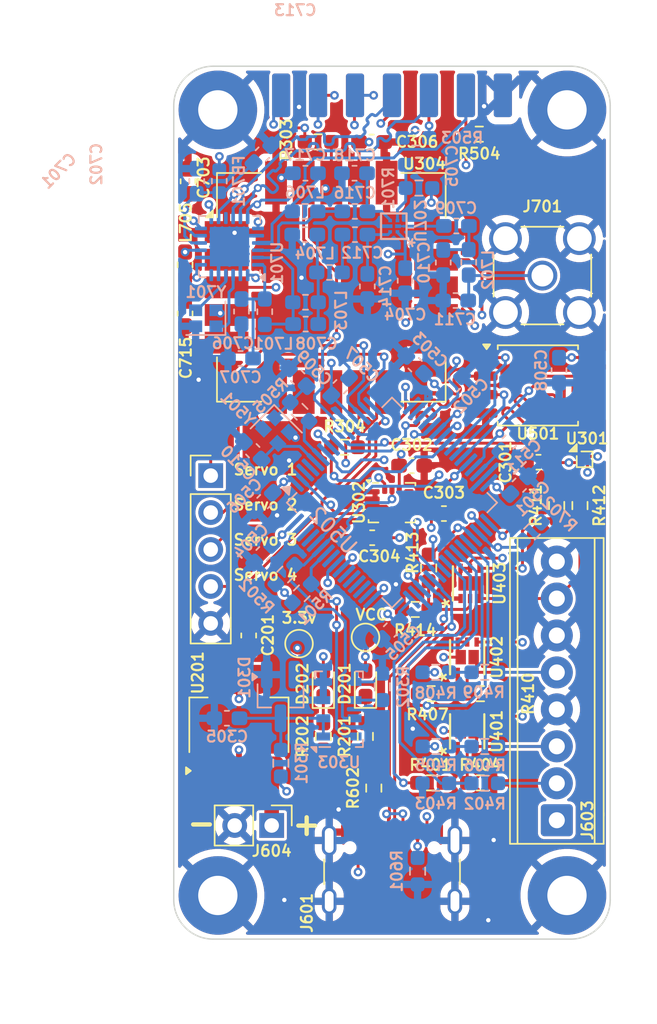
<source format=kicad_pcb>
(kicad_pcb (version 20241229) (generator "pcbnew") (generator_version "9.0")
  (layers (0 "F.Cu" signal) (4 "In1.Cu" signal) (6 "In2.Cu" signal) (8 "In3.Cu" signal) (10 "In4.Cu" signal) (2 "B.Cu" signal) (13 "F.Paste" user) (15 "B.Paste" user) (5 "F.SilkS" user "F.Silkscreen") (7 "B.SilkS" user "B.Silkscreen") (1 "F.Mask" user) (3 "B.Mask" user) (25 "Edge.Cuts" user))
  (net 0 "")
  (net 1 "GND")
  (net 2 "+3.3V")
  (net 3 "+3V")
  (net 4 "Net-(C509-Pad1)")
  (net 5 "/MCU/OSC_IN")
  (net 6 "/MCU/MCU_VCAP1")
  (net 7 "/Radio/3v3_lora")
  (net 8 "Net-(U702-VCTL)")
  (net 9 "/Radio/radio_pa")
  (net 10 "/Radio/radio_1")
  (net 11 "/Radio/radio_rfo")
  (net 12 "/Radio/radio_3")
  (net 13 "/Radio/radio_rfc")
  (net 14 "/Radio/radio_out")
  (net 15 "/Radio/radio_rf1")
  (net 16 "/Radio/radio_2")
  (net 17 "Net-(U701-VREG)")
  (net 18 "/Radio/radio_rf2")
  (net 19 "/Radio/radio_rfi_n")
  (net 20 "/Radio/radio_rfi_p")
  (net 21 "VCC")
  (net 22 "Net-(D202-K)")
  (net 23 "Net-(D201-K)")
  (net 25 "Net-(J601-CC2)")
  (net 26 "USB_D_N")
  (net 27 "USB_D_P")
  (net 28 "Net-(J601-CC1)")
  (net 31 "SWO")
  (net 32 "SPI_MISO")
  (net 33 "SPI_SCK")
  (net 34 "BOOT0")
  (net 35 "SWDIO")
  (net 36 "I2C_SCL")
  (net 37 "I2C_SDA")
  (net 38 "SWCLK")
  (net 39 "SPI_MOSI")
  (net 40 "NRST")
  (net 41 "SPI_CS1")
  (net 42 "Pyro_Power")
  (net 43 "Pyro1")
  (net 44 "Pyro2")
  (net 45 "Pyro3")
  (net 46 "Servo4")
  (net 47 "Servo3")
  (net 48 "Servo2")
  (net 49 "Servo1")
  (net 50 "Net-(U701-DCC_SW)")
  (net 51 "Net-(U303-SDO)")
  (net 52 "{slash}GPS_RESET")
  (net 53 "{slash}GPS_SAFEBOOT")
  (net 54 "Pyro1_Trigger")
  (net 55 "Pyro2_Trigger")
  (net 56 "Pyro3_Trigger")
  (net 57 "/MCU/OSC_OUT")
  (net 58 "Armed")
  (net 59 "Pyro1_Cont")
  (net 60 "Pyro2_Cont")
  (net 61 "Pyro3_Cont")
  (net 62 "/Radio/CTL")
  (net 63 "LORA_SEL")
  (net 64 "+3V3")
  (net 65 "IMU_INT1")
  (net 67 "IMU_INT2")
  (net 69 "GPS_RX")
  (net 70 "GPS_PPS")
  (net 71 "GPS_TX")
  (net 72 "GPS_INT")
  (net 73 "/MCU/FLASH_MISO")
  (net 74 "/MCU/{slash}FLASH_WP")
  (net 75 "/MCU/FLASH_CLK")
  (net 76 "/MCU/FLASH_CS")
  (net 77 "/MCU/FLASH_MOSI")
  (net 78 "/MCU/{slash}FLASH_RESET")
  (net 85 "/Radio/XTB")
  (net 87 "LORA_BUSY")
  (net 89 "/Radio/XTA")
  (net 90 "LORA_DIO1")
  (net 91 "Net-(R401-Pad2)")
  (net 92 "Net-(R407-Pad2)")
  (net 93 "Net-(R413-Pad2)")
  (net 97 "unconnected-(U502-PB8-Pad61)")
  (footprint "TestPoint:TestPoint_Pad_D1.5mm" (layer "F.Cu") (at 106.28 92.19)
    (property "Reference" "TP202" (hide yes))
    (property "Value" "3.3v")
  )
  (footprint "Resistor_SMD:R_0603_1608Metric_Pad0.98x0.95mm_HandSolder" (layer "F.Cu") (at 114.27 89.84 180)
    (property "Reference" "R414")
    (property "Value" "10k")
  )
  (footprint "TestPoint:TestPoint_Pad_D1.5mm" (layer "F.Cu") (at 110.85 91.76)
    (property "Reference" "TP201" (hide yes))
    (property "Value" "VCC")
  )
  (footprint "Capacitor_SMD:C_0603_1608Metric_Pad1.08x0.95mm_HandSolder" (layer "F.Cu") (at 116.24 83.25)
    (property "Reference" "C303")
    (property "Value" ".1u")
  )
  (footprint "Capacitor_SMD:C_0603_1608Metric_Pad1.08x0.95mm_HandSolder" (layer "F.Cu") (at 114.02 79.96)
    (property "Reference" "C302")
    (property "Value" ".1u")
  )
  (footprint "MountingHole:MountingHole_2.7mm_Pad_TopBottom" (layer "F.Cu") (at 124.7 109.5)
    (property "Reference" "H604" (hide yes))
    (property "Value" "M3" (hide yes))
  )
  (footprint "Capacitor_SMD:C_0603_1608Metric_Pad1.08x0.95mm_HandSolder" (layer "F.Cu") (at 102.82 91.63 90)
    (property "Reference" "C201")
    (property "Value" ".1u")
  )
  (footprint "Inductor_SMD:L_0603_1608Metric_Pad1.05x0.95mm_HandSolder" (layer "F.Cu") (at 98.45 66.15 -90)
    (property "Reference" "L705")
    (property "Value" "15uH")
  )
  (footprint "MountingHole:MountingHole_2.7mm_Pad_TopBottom" (layer "F.Cu") (at 100.7 55.5)
    (property "Reference" "H601" (hide yes))
    (property "Value" "M3" (hide yes))
  )
  (footprint "Resistor_SMD:R_0603_1608Metric_Pad0.98x0.95mm_HandSolder" (layer "F.Cu") (at 107.59 57.7)
    (property "Reference" "R303")
    (property "Value" "10k")
  )
  (footprint "Resistor_SMD:R_0603_1608Metric_Pad0.98x0.95mm_HandSolder" (layer "F.Cu") (at 109.41 78.69)
    (property "Reference" "R304")
    (property "Value" "10k")
  )
  (footprint "Resistor_SMD:R_0603_1608Metric_Pad0.98x0.95mm_HandSolder" (layer "F.Cu") (at 107.95 98.5725 90)
    (property "Reference" "R202")
    (property "Value" "1k")
  )
  (footprint "LED_SMD:LED_0603_1608Metric_Pad1.05x0.95mm_HandSolder" (layer "F.Cu") (at 110.85 94.945 90)
    (property "Reference" "D201")
    (property "Value" "LED")
  )
  (footprint "Connector_Coaxial:SMA_Amphenol_132134-11_Vertical" (layer "F.Cu") (at 123.01 66.89)
    (property "Reference" "J701")
    (property "Value" "Conn_Coaxial")
  )
  (footprint "Package_LGA:LGA-14_3x2.5mm_P0.5mm_LayoutBorder3x4y" (layer "F.Cu") (at 112.67 82.5)
    (property "Reference" "U302")
    (property "Value" "LSM6DSV320")
  )
  (footprint "Package_BGA:WLP-4_0.86x0.86mm_P0.4mm" (layer "F.Cu") (at 125.91 79.52)
    (property "Reference" "U301")
    (property "Value" "MMC5633NJL")
  )
  (footprint "Capacitor_SMD:C_0603_1608Metric_Pad1.08x0.95mm_HandSolder" (layer "F.Cu") (at 98.45 69.5 -90)
    (property "Reference" "C715")
    (property "Value" "470nF")
  )
  (footprint "imported:EdgePinHeader_02x07" (layer "F.Cu") (at 105.05 54.5)
    (property "Reference" "J602" (hide yes))
    (property "Value" "Conn_02x07_Counter_Clockwise")
  )
  (footprint "Resistor_SMD:R_0603_1608Metric_Pad0.98x0.95mm_HandSolder" (layer "F.Cu") (at 115.32 101.76)
    (property "Reference" "R401")
    (property "Value" "500")
  )
  (footprint "Resistor_SMD:R_0603_1608Metric_Pad0.98x0.95mm_HandSolder" (layer "F.Cu") (at 118.75 101.76)
    (property "Reference" "R404")
    (property "Value" "10k")
  )
  (footprint "Resistor_SMD:R_0603_1608Metric_Pad0.98x0.95mm_HandSolder" (layer "F.Cu") (at 118.75 95.63)
    (property "Reference" "R410")
    (property "Value" "10k")
  )
  (footprint "Package_SO:SOIC-8_5.3x5.3mm_P1.27mm" (layer "F.Cu") (at 122.7 74.44)
    (property "Reference" "U501")
    (property "Value" "W25Q128JVS")
  )
  (footprint "Package_TO_SOT_SMD:SOT-223-3_TabPin2" (layer "F.Cu") (at 102.15 97.8 90)
    (property "Reference" "U201")
    (property "Value" "LM1117MP-3.3")
  )
  (footprint "RF_GPS:ublox_SAM-M8Q_HandSolder" (layer "F.Cu") (at 108.5 67.7)
    (property "Reference" "U304")
    (property "Value" "SAM-M8Q")
  )
  (footprint "Resistor_SMD:R_0603_1608Metric_Pad0.98x0.95mm_HandSolder" (layer "F.Cu") (at 110.84 98.57 90)
    (property "Reference" "R201")
    (property "Value" "1k")
  )
  (footprint "Connector_PinHeader_2.54mm:PinHeader_1x02_P2.54mm_Vertical" (layer "F.Cu") (at 104.4 104.69 -90)
    (property "Reference" "J604")
    (property "Value" "Conn_01x02_Pin")
  )
  (footprint "Resistor_SMD:R_0603_1608Metric_Pad0.98x0.95mm_HandSolder" (layer "F.Cu") (at 118.67 57.17)
    (property "Reference" "R504")
    (property "Value" "10k")
  )
  (footprint "imported:TRANS_UT6J3_ROM" (layer "F.Cu") (at 118.036 88.05 90)
    (property "Reference" "U403")
    (property "Value" "UT6MA3TCR")
  )
  (footprint "MountingHole:MountingHole_2.7mm_Pad_TopBottom" (layer "F.Cu") (at 100.7 109.5)
    (property "Reference" "H603" (hide yes))
    (property "Value" "M3" (hide yes))
  )
  (footprint "imported:TRANS_UT6J3_ROM" (layer "F.Cu") (at 117.84 98.22 90)
    (property "Reference" "U401")
    (property "Value" "UT6MA3TCR")
  )
  (footprint "Resistor_SMD:R_0603_1608Metric_Pad0.98x0.95mm_HandSolder" (layer "F.Cu") (at 123.99 82.6975 90)
    (property "Reference" "R411")
    (property "Value" "10k")
  )
  (footprint "Capacitor_SMD:C_0603_1608Metric_Pad1.08x0.95mm_HandSolder" (layer "F.Cu") (at 122.7425 79.72 180)
    (property "Reference" "C301")
    (property "Value" ".1u")
  )
  (footprint "Connector_USB:USB_C_Receptacle_GCT_USB4105-xx-A_16P_TopMnt_Horizontal" (layer "F.Cu") (at 112.675 108.825)
    (property "Reference" "J601")
    (property "Value" "USB_C_Receptacle_USB2.0_16P")
  )
  (footprint "Resistor_SMD:R_0603_1608Metric_Pad0.98x0.95mm_HandSolder" (layer "F.Cu") (at 115.19 86.99 -90)
    (property "Reference" "R413")
    (property "Value" "500")
  )
  (footprint "TerminalBlock_Phoenix:TerminalBlock_Phoenix_MPT-0,5-8-2.54_1x08_P2.54mm_Horizontal" (layer "F.Cu") (at 124 104.33 90)
    (property "Reference" "J603")
    (property "Value" "Screw_Terminal_01x08")
  )
  (footprint "Capacitor_SMD:C_0603_1608Metric_Pad1.08x0.95mm_HandSolder" (layer "F.Cu") (at 98.65 60.4125 90)
    (property "Reference" "C703")
    (property "Value" "100nF")
  )
  (footprint "MountingHole:MountingHole_2.7mm_Pad_TopBottom" (layer "F.Cu") (at 124.7 55.5)
    (property "Reference" "H602" (hide yes))
    (property "Value" "M3" (hide yes))
  )
  (footprint "LED_SMD:LED_0603_1608Metric_Pad1.05x0.95mm_HandSolder" (layer "F.Cu") (at 107.95 94.955 90)
    (property "Reference" "D202")
    (property "Value" "LED")
  )
  (footprint "imported:TRANS_UT6J3_ROM" (layer "F.Cu") (at 117.84 93.120101 90)
    (property "Reference" "U402")
    (property "Value" "UT6MA3TCR")
  )
  (footprint "Resistor_SMD:R_0603_1608Metric_Pad0.98x0.95mm_HandSolder" (layer "F.Cu") (at 125.59 82.7 -90)
    (property "Reference" "R412")
    (property "Value" "3k")
  )
  (footprint "Resistor_SMD:R_0603_1608Metric_Pad0.98x0.95mm_HandSolder" (layer "F.Cu") (at 111.42 102.12 90)
    (property "Reference" "R602")
    (property "Value" "5.1k")
  )
  (footprint "Capacitor_SMD:C_0603_1608Metric_Pad1.08x0.95mm_HandSolder" (layer "F.Cu") (at 111.31 84.91 180)
    (property "Reference" "C304")
    (property "Value" ".1u")
  )
  (footprint "Resistor_SMD:R_0603_1608Metric_Pad0.98x0.95mm_HandSolder" (layer "F.Cu") (at 115.36 95.63)
    (property "Reference" "R407")
    (property "Value" "500")
  )
  (footprint "Connector_PinHeader_2.54mm:PinHeader_1x05_P2.54mm_Vertical" (layer "F.Cu") (at 100.21 80.64)
    (property "Reference" "J605")
    (property "Value" "Conn_01x05")
  )
  (footprint "Capacitor_SMD:C_0603_1608Metric_Pad1.08x0.95mm_HandSolder" (layer "F.Cu") (at 111.2675 57.71)
    (property "Reference" "C306")
    (property "Value" ".1u")
  )
  (footprint "Package_LGA:LGA-8_3x5mm_P1.25mm" (layer "B.Cu") (at 109.025 96.6975)
    (property "Reference" "U303")
    (property "Value" "MS5607-02BA")
  )
  (footprint "Capacitor_SMD:C_0603_1608Metric_Pad1.08x0.95mm_HandSolder" (layer "B.Cu") (at 114.4875 59.275 180)
    (property "Reference" "C705")
    (property "Value" "100nF")
  )
  (footprint "Capacitor_SMD:C_0603_1608Metric_Pad1.08x0.95mm_HandSolder" (layer "B.Cu") (at 102.26 72.59 180)
    (property "Reference" "C707")
    (property "Value" "22nF")
  )
  (footprint "Resistor_SMD:R_0603_1608Metric_Pad0.98x0.95mm_HandSolder" (layer "B.Cu") (at 115.6825 101.79 180)
    (property "Reference" "R403")
    (property "Value" "3k")
  )
  (footprint "Inductor_SMD:L_0603_1608Metric_Pad1.05x0.95mm_HandSolder" (layer "B.Cu") (at 106.695 62.48 180)
    (property "Reference" "L706")
    (property "Value" "12nH")
  )
  (footprint "Capacitor_SMD:C_0603_1608Metric_Pad1.08x0.95mm_HandSolder" (layer "B.Cu") (at 103.87 82.43 -135)
    (property "Reference" "C506")
    (property "Value" ".1u")
  )
  (footprint "Package_QFP:LQFP-64_10x10mm_P0.5mm" (layer "B.Cu") (at 112.67 82.5 -45)
    (property "Reference" "U502")
    (property "Value" "STM32F446RETx")
  )
  (footprint "Resistor_SMD:R_0603_1608Metric_Pad0.98x0.95mm_HandSolder" (layer "B.Cu") (at 115.69 99.26)
    (property "Reference" "R405")
    (property "Value" "10k")
  )
  (footprint "Capacitor_SMD:C_0603_1608Metric_Pad1.08x0.95mm_HandSolder" (layer "B.Cu") (at 110.125 64.075)
    (property "Reference" "C712")
    (property "Value" "100pF")
  )
  (footprint "Capacitor_SMD:C_0603_1608Metric_Pad1.08x0.95mm_HandSolder" (layer "B.Cu") (at 110.095 59.855)
    (property "Reference" "C718")
    (property "Value" "1pF")
  )
  (footprint "Resistor_SMD:R_0603_1608Metric_Pad0.98x0.95mm_HandSolder" (layer "B.Cu") (at 119.05 99.26)
    (property "Reference" "R406")
    (property "Value" "3k")
  )
  (footprint "Capacitor_SMD:C_0603_1608Metric_Pad1.08x0.95mm_HandSolder" (layer "B.Cu") (at 103.75988 58.54012 45)
    (property "Reference" "C701")
    (property "Value" "100nF")
  )
  (footprint "Resistor_SMD:R_0603_1608Metric_Pad0.98x0.95mm_HandSolder" (layer "B.Cu") (at 119.05 94.16)
    (property "Reference" "R409")
    (property "Value" "3k")
  )
  (footprint "Capacitor_SMD:C_0603_1608Metric_Pad1.08x0.95mm_HandSolder" (layer "B.Cu") (at 103.81 86.01 -135)
    (property "Reference" "C504")
    (property "Value" ".1u")
  )
  (footprint "Crystal:Crystal_SMD_2016-4Pin_2.0x1.6mm" (layer "B.Cu") (at 104.713934 77.546117 -45)
    (property "Reference" "Y501")
    (property "Value" "25MHz")
  )
  (footprint "Capacitor_SMD:C_0603_1608Metric_Pad1.08x0.95mm_HandSolder" (layer "B.Cu") (at 103.1 78.93 135)
    (property "Reference" "C510")
    (property "Value" "20p")
  )
  (footprint "Capacitor_SMD:C_0603_1608Metric_Pad1.08x0.95mm_HandSolder" (layer "B.Cu") (at 117.045 68.605)
    (property "Reference" "C711")
    (property "Value" "TBD")
  )
  (footprint "Inductor_SMD:L_0603_1608Metric_Pad1.05x0.95mm_HandSolder" (layer "B.Cu") (at 103.925 69.375 -90)
    (property "Reference" "L701")
    (property "Value" "68nH")
  )
  (footprint "Capacitor_SMD:C_0603_1608Metric_Pad1.08x0.95mm_HandSolder" (layer "B.Cu") (at 99.25 60.4 90)
    (property "Reference" "C702")
    (property "Value" "100nF")
  )
  (footprint "Package_DFN_QFN:QFN-24-1EP_4x4mm_P0.5mm_EP2.7x2.7mm" (layer "B.Cu") (at 101.5 64.9 90)
    (property "Reference" "U701")
    (property "Value" "SX1262")
  )
  (footprint "Capacitor_SMD:C_0603_1608Metric_Pad1.08x0.95mm_HandSolder" (layer "B.Cu") (at 117.095 63.48)
    (property "Reference" "C709")
    (property "Value" "22pF")
  )
  (footprint "Resistor_SMD:R_0603_1608Metric_Pad0.98x0.95mm_HandSolder" (layer "B.Cu") (at 112.01 95.16 90)
    (property "Reference" "R302")
    (property "Value" "10k")
  )
  (footprint "Resistor_SMD:R_0603_1608Metric_Pad0.98x0.95mm_HandSolder" (layer "B.Cu") (at 105.33 87.44 45)
    (property "Reference" "R502")
    (property "Value" "5k")
  )
  (footprint "Capacitor_SMD:C_0603_1608Metric_Pad1.08x0.95mm_HandSolder" (layer "B.Cu") (at 116.195 65.9925 90)
    (property "Reference" "C710")
    (property "Value" "TBD")
  )
  (footprint "Resistor_SMD:R_0603_1608Metric_Pad0.98x0.95mm_HandSolder" (layer "B.Cu") (at 106.47 88.73 45)
    (property "Reference" "R501")
    (property "Value" "5k")
  )
  (footprint "Capacitor_SMD:C_0603_1608Metric_Pad1.08x0.95mm_HandSolder" (layer "B.Cu") (at 124.15 73.4 -90)
    (property "Reference" "C508")
    (property "Value" ".1u")
  )
  (footprint "Resistor_SMD:R_0603_1608Metric_Pad0.98x0.95mm_HandSolder" (layer "B.Cu") (at 115.68 94.16)
    (property "Reference" "R408")
    (property "Value" "10k")
  )
  (footprint "Resistor_SMD:R_0603_1608Metric_Pad0.98x0.95mm_HandSolder" (layer "B.Cu") (at 106.32 76.25 135)
    (property "Reference" "R505")
    (property "Value" "107")
  )
  (footprint "Capacitor_SMD:C_0603_1608Metric_Pad1.08x0.95mm_HandSolder" (layer "B.Cu") (at 110.975 67.6375 90)
    (property "Reference" "C714")
    (property "Value" "9pF")
  )
  (footprint "Resistor_SMD:R_0603_1608Metric_Pad0.98x0.95mm_HandSolder" (layer "B.Cu") (at 119.0475 101.79 180)
    (property "Reference" "R402")
    (property "Value" "10k")
  )
  (footprint "Resistor_SMD:R_0603_1608Metric_Pad0.98x0.95mm_HandSolder" (layer "B.Cu") (at 114.31 57.43)
    (property "Reference" "R503")
    (property "Value" "10k")
  )
  (footprint "Package_TO_SOT_SMD:SOT-23_Handsoldering" (layer "B.Cu") (at 105.01 95.82 -90)
    (property "Reference" "D301")
    (property "Value" "BZX84Cxx")
  )
  (footprint "Resistor_SMD:R_0603_1608Metric_Pad0.98x0.95mm_HandSolder" (layer "B.Cu") (at 122.29 84.49 -135)
    (property "Reference" "R702")
    (property "Value" "10k")
  )
  (footprint "Capacitor_SMD:C_0603_1608Metric_Pad1.08x0.95mm_HandSolder" (layer "B.Cu") (at 109.10988 74.53012 45)
    (property "Reference" "C507")
    (property "Value" ".1u")
  )
  (footprint "Crystal:Crystal_SMD_2016-4Pin_2.0x1.6mm" (layer "B.Cu") (at 99.875 69.825 180)
    (property "Reference" "Y701")
    (property "Value" "NX2016SA-32MHZ-STD-CZS-5")
  )
  (footprint "Capacitor_SMD:C_0603_1608Metric_Pad1.08x0.95mm_HandSolder" (layer "B.Cu") (at 110.12 62.48)
    (property "Reference" "C716")
    (property "Value" "3.6pF")
  )
  (footprint "imported:QFN_453-385LF_SKY" (layer "B.Cu") (at 112.795063 63.496501 90)
    (property "Reference" "U702")
    (property "Value" "SKY13453-385LF")
  )
  (footprint "Capacitor_SMD:C_0603_1608Metric_Pad1.08x0.95mm_HandSolder" (layer "B.Cu") (at 116.87988 74.41012 45)
    (property "Reference" "C502")
    (property "Value" "1u")
  )
  (footprint "Capacitor_SMD:C_0603_1608Metric_Pad1.08x0.95mm_HandSolder" (layer "B.Cu") (at 120.72988 78.34012 45)
    (property "Reference" "C511")
    (property "Value" "4.7u")
  )
  (footprint "Capacitor_SMD:C_0603_1608Metric_Pad1.08x0.95mm_HandSolder" (layer "B.Cu") (at 114.26012 73.02012 135)
    (property "Reference" "C503")
    (property "Value" "4.7u")
  )
  (footprint "Resistor_SMD:R_0603_1608Metric_Pad0.98x0.95mm_HandSolder" (layer "B.Cu") (at 105.03 100.41 90)
    (property "Reference" "R301")
    (property "Value" "60")
  )
  (footprint "Capacitor_SMD:C_0603_1608Metric_Pad1.08x0.95mm_HandSolder" (layer "B.Cu") (at 106.7375 70.225)
    (property "Reference" "C708")
    (property "Value" "47pF")
  )
  (footprint "Capacitor_SMD:C_0603_1608Metric_Pad1.08x0.95mm_HandSolder" (layer "B.Cu") (at 112.57 91.26 -135)
    (property "Reference" "C505")
    (property "Value" ".1u")
  )
  (footprint "Capacitor_SMD:C_0603_1608Metric_Pad1.08x0.95mm_HandSolder" (layer "B.Cu") (at 121.42 81.3 45)
    (property "Reference" "C501")
    (property "Value" ".1u")
  )
  (footprint "Resistor_SMD:R_0603_1608Metric_Pad0.98x0.95mm_HandSolder" (layer "B.Cu") (at 114.43 107.83 -90)
    (property "Reference" "R601")
    (property "Value" "5.1k")
  )
  (footprint "Capacitor_SMD:C_0603_1608Metric_Pad1.08x0.95mm_HandSolder" (layer "B.Cu") (at 101.3225 97.32 180)
    (property "Reference" "C305")
    (property "Value" ".1u")
  )
  (footprint "Resistor_SMD:R_0603_1608Metric_Pad0.98x0.95mm_HandSolder" (layer "B.Cu") (at 114.525 60.875 180)
    (property "Reference" "R701")
    (property "Value" "100R")
  )
  (footprint "Capacitor_SMD:C_0603_1608Metric_Pad1.08x0.95mm_HandSolder" (layer "B.Cu") (at 102.325 69.3625 -90)
    (property "Reference" "C706")
    (property "Value" "100pF")
  )
  (footprint "Inductor_SMD:L_0603_1608Metric_Pad1.05x0.95mm_HandSolder" (layer "B.Cu") (at 108.375 66.675)
    (property "Reference" "L704")
    (property "Value" "4.3nH")
  )
  (footprint "Inductor_SMD:L_0603_1608Metric_Pad1.05x0.95mm_HandSolder" (layer "B.Cu") (at 106.725 68.725)
    (property "Reference" "L703")
    (property "Value" "9.1nH")
  )
  (footprint "Capacitor_SMD:C_0603_1608Metric_Pad1.08x0.95mm_HandSolder" (layer "B.Cu") (at 106.19012 73.88012 135)
    (property "Reference" "C509")
    (property "Value" "20p")
  )
  (footprint "Capacitor_SMD:C_0603_1608Metric_Pad1.08x0.95mm_HandSolder" (layer "B.Cu") (at 113.575 67.2425 90)
    (property "Reference" "C704")
    (property "Value" "100nF")
  )
  (footprint "Inductor_SMD:L_0603_1608Metric" (layer "B.Cu") (at 100.8 60.4 -90)
    (property "Reference" "FB701")
    (property "Value" "200mA")
  )
  (footprint "Capacitor_SMD:C_0603_1608Metric_Pad1.08x0.95mm_HandSolder" (layer "B.Cu") (at 106.675 64.075)
    (property "Reference" "C713")
    (property "Value" "15pF")
  )
  (footprint "Inductor_SMD:L_0603_1608Metric_Pad1.05x0.95mm_HandSolder" (layer "B.Cu") (at 117.945 65.98 -90)
    (property "Reference" "L702")
    (property "Value" "0R")
  )
  (footprint "Capacitor_SMD:C_0603_1608Metric_Pad1.08x0.95mm_HandSolder" (layer "B.Cu") (at 106.72 59.855)
    (property "Reference" "C717")
    (property "Value" "2.7pF")
  )
  (gr_arc (start 97.67 55.200001) (mid 98.460812 53.290812) (end 100.370001 52.5) (stroke (width 0.1)) (layer "Edge.Cuts"))
  (gr_line (start 124.97 112.5) (end 100.370001 112.5) (stroke (width 0.1)) (layer "Edge.Cuts"))
  (gr_arc (start 124.97 52.5) (mid 126.879188 53.290812) (end 127.67 55.2) (stroke (width 0.1)) (layer "Edge.Cuts"))
  (gr_arc (start 127.67 109.8) (mid 126.879188 111.709188) (end 124.97 112.5) (stroke (width 0.1)) (layer "Edge.Cuts"))
  (gr_line (start 124.97 52.5) (end 100.370001 52.5) (stroke (width 0.1)) (layer "Edge.Cuts"))
  (gr_line (start 97.67 55.200001) (end 97.67 109.799999) (stroke (width 0.1)) (layer "Edge.Cuts"))
  (gr_line (start 127.67 55.2) (end 127.67 109.8) (stroke (width 0.1)) (layer "Edge.Cuts"))
  (gr_arc (start 100.370001 112.5) (mid 98.460812 111.709188) (end 97.67 109.799999) (stroke (width 0.1)) (layer "Edge.Cuts"))
  (gr_text "Servo 1\n\nServo 2\n\nServo 3\n\nServo 4" (at 101.7 87.91 0) (layer "F.SilkS") (effects (font (size 0.75 0.75) (thickness 0.15) (bold yes)) (justify left bottom)))
  (gr_text "+" (at 105.68 105.47 0) (layer "F.SilkS") (effects (font (size 1.5 1.5) (thickness 0.3) (bold yes)) (justify left bottom)))
  (gr_text "-" (at 98.45 105.39 0) (layer "F.SilkS") (effects (font (size 1.5 1.5) (thickness 0.3) (bold yes)) (justify left bottom)))
  (segment (start 112.67 83.4125) (end 113.17 83.4125) (width 0.2) (layer "F.Cu") (net 1))
  (segment (start 119.1125 76.345) (end 118.300001 76.345) (width 0.2) (layer "F.Cu") (net 1))
  (segment (start 111.610735 75.589265) (end 112.3 74.9) (width 0.2) (layer "F.Cu") (net 1))
  (segment (start 110.3225 78.69) (end 110.3225 77.9846) (width 0.2) (layer "F.Cu") (net 1))
  (segment (start 118.300001 76.345) (end 117.84 75.884999) (width 0.2) (layer "F.Cu") (net 1))
  (segment (start 113.17 83.4125) (end 113.17 83.76) (width 0.2) (layer "F.Cu") (net 1))
  (segment (start 111.610735 76.696365) (end 111.610735 75.589265) (width 0.2) (layer "F.Cu") (net 1))
  (segment (start 112.3 74.9) (end 112.3 74.08) (width 0.2) (layer "F.Cu") (net 1))
  (segment (start 113.17 83.76) (end 113.69 84.28) (width 0.2) (layer "F.Cu") (net 1))
  (segment (start 122.789 78.811) (end 123.399 78.811) (width 0.2) (layer "F.Cu") (net 1))
  (segment (start 112.3 74.08) (end 113.59 72.79) (width 0.2) (layer "F.Cu") (net 1))
  (segment (start 110.3225 77.9846) (end 111.610735 76.696365) (width 0.2) (layer "F.Cu") (net 1))
  (segment (start 112.268608 82.75) (end 112.67 83.151392) (width 0.2) (layer "F.Cu") (net 1))
  (segment (start 112.67 83.151392) (end 112.67 83.4125) (width 0.2) (layer "F.Cu") (net 1))
  (segment (start 123.399 78.811) (end 123.44 78.77) (width 0.2) (layer "F.Cu") (net 1))
  (segment (start 111.5075 82.75) (end 112.268608 82.75) (width 0.2) (layer "F.Cu") (net 1))
  (segment (start 121.88 79.72) (end 122.789 78.811) (width 0.2) (layer "F.Cu") (net 1))
  (segment (start 117.84 75.884999) (end 117.84 75.58) (width 0.2) (layer "F.Cu") (net 1))
  (via (at 104.77 83.37) (size 0.6) (drill 0.3) (layers "F.Cu" "B.Cu") (net 1))
  (via (at 106.28 55.3) (size 0.6) (drill 0.3) (layers "F.Cu" "B.Cu") (net 1))
  (via (at 106.45 67.038527) (size 0.6) (drill 0.3) (layers "F.Cu" "B.Cu") (net 1))
  (via (at 106.04 78.03) (size 0.6) (drill 0.3) (layers "F.Cu" "B.Cu") (net 1))
  (via (at 112.94 88.11) (size 0.6) (drill 0.3) (layers "F.Cu" "B.Cu") (net 1))
  (via (at 114.1 98.04) (size 0.6) (drill 0.3) (layers "F.Cu" "B.Cu") (net 1))
  (via (at 105.068104 60.177139) (size 0.6) (drill 0.3) (layers "F.Cu" "B.Cu") (net 1))
  (via (at 119.29 111.2) (size 0.6) (drill 0.3) (layers "F.Cu" "B.Cu") (net 1))
  (via (at 109 103.59) (size 0.6) (drill 0.3) (layers "F.Cu" "B.Cu") (net 1))
  (via (at 105.27 109.81) (size 0.6) (drill 0.3) (layers "F.Cu" "B.Cu") (net 1))
  (via (at 119 55.25) (size 0.6) (drill 0.3) (layers "F.Cu" "B.Cu") (net 1))
  (via (at 101.85 63.95) (size 0.6) (drill 0.3) (layers "F.Cu" "B.Cu") (net 1))
  (via (at 99.38 74.05) (size 0.6) (drill 0.3) (layers "F.Cu" "B.Cu") (net 1))
  (via (at 105.6 79.6) (size 0.6) (drill 0.3) (layers "F.Cu" "B.Cu") (net 1))
  (via (at 100.864798 69.474998) (size 0.6) (drill 0.3) (layers "F.Cu" "B.Cu") (net 1))
  (via (at 119.66 105.69) (size 0.6) (drill 0.3) (layers "F.Cu" "B.Cu") (net 1))
  (segment (start 109.71976 73.19976) (end 109.38 72.86) (width 0.2) (layer "B.Cu") (net 1))
  (segment (start 110.149 67.501) (end 109.95 67.7) (width 0.2) (layer "B.Cu") (net 1))
  (segment (start 110.149 63.451) (end 110.149 67.501) (width 0.2) (layer "B.Cu") (net 1))
  (segment (start 109.894606 77.249732) (end 110.46653 77.821656) (width 0.2) (layer "B.Cu") (net 1))
  (segment (start 114.384734 76.189072) (end 114.98 75.593806) (width 0.2) (layer "B.Cu") (net 1))
  (segment (start 109.71976 73.92024) (end 109.71976 73.19976) (width 0.2) (layer "B.Cu") (net 1))
  (segment (start 105.8575 59.855) (end 105.390243 59.855) (width 0.2) (layer "B.Cu") (net 1))
  (segment (start 110.447866 63.299) (end 110.374433 63.225567) (width 0.2) (layer "B.Cu") (net 1))
  (segment (start 105.8125 64.075) (end 106.45 64.7125) (width 0.2) (layer "B.Cu") (net 1))
  (segment (start 105.597817 77.652183) (end 105.662183 77.652183) (width 0.2) (layer "B.Cu") (net 1))
  (segment (start 100.6648 69.275) (end 100.864798 69.474998) (width 0.2) (layer "B.Cu") (net 1))
  (segment (start 110.374433 63.225567) (end 110.149 63.451) (width 0.2) (layer "B.Cu") (net 1))
  (segment (start 105.662183 77.652183) (end 106.04 78.03) (width 0.2) (layer "B.Cu") (net 1))
  (segment (start 110.46653 77.821656) (end 111.528344 77.821656) (width 0.2) (layer "B.Cu") (net 1))
  (segment (start 106.45 64.7125) (end 106.45 67.038527) (width 0.2) (layer "B.Cu") (net 1))
  (segment (start 111.799 63.299) (end 110.447866 63.299) (width 0.2) (layer "B.Cu") (net 1))
  (segment (start 114.98 75.593806) (end 114.98 75.05) (width 0.2) (layer "B.Cu") (net 1))
  (segment (start 110.374433 63.225567) (end 110.096 62.947134) (width 0.2) (layer "B.Cu") (net 1))
  (segment (start 111.92 63.42) (end 111.799 63.299) (width 0.2) (layer "B.Cu") (net 1))
  (segment (start 102.25 64.15) (end 101.5 64.9) (width 0.2) (layer "B.Cu") (net 1))
  (segment (start 110.096 62.947134) (end 110.096 61.876) (width 0.2) (layer "B.Cu") (net 1))
  (segment (start 111.53 77.82) (end 111.528344 77.821656) (width 0.2) (layer "B.Cu") (net 1))
  (segment (start 110.1 94.8225) (end 111.435 94.8225) (width 0.2) (layer "B.Cu") (net 1))
  (segment (start 105.390243 59.855) (end 105.068104 60.177139) (width 0.2) (layer "B.Cu") (net 1))
  (segment (start 111.435 94.8225) (end 112.01 94.2475) (width 0.2) (layer "B.Cu") (net 1))
  (segment (start 110.096 61.876) (end 110.06 61.84) (width 0.2) (layer "B.Cu") (net 1))
  (segment (start 103.4625 64.15) (end 102.25 64.15) (width 0.2) (layer "B.Cu") (net 1))
  (segment (start 100.575 69.275) (end 100.6648 69.275) (width 0.2) (layer "B.Cu") (net 1))
  (segment (start 102.15 99.49) (end 102.15 100.95) (width 0.4) (layer "F.Cu") (net 2))
  (segment (start 112.17 84.9075) (end 112.1725 84.91) (width 0.2) (layer "F.Cu") (net 2))
  (segment (start 106.6775 57.7) (end 106.6775 56.7475) (width 0.2) (layer "F.Cu") (net 2))
  (segment (start 113.17 79.9725) (end 113.1575 79.96) (width 0.2) (layer "F.Cu") (net 2))
  (segment (start 125.02 72.52) (end 126.2725 72.52) (width 0.2) (layer "F.Cu") (net 2))
  (segment (start 105.05 54.5) (end 105.05 56.12) (width 0.2) (layer "F.Cu") (net 2))
  (segment (start 107.95 94.08) (end 107.95 93.07) (width 0.2) (layer "F.Cu") (net 2))
  (segment (start 104.693484 67.7) (end 104.696403 67.697081) (width 0.2) (layer "F.Cu") (net 2))
  (segment (start 113.17 81.5875) (end 113.17 79.9725) (width 0.2) (layer "F.Cu") (net 2))
  (segment (start 105.67 56.74) (end 106.67 56.74) (width 0.2) (layer "F.Cu") (net 2))
  (segment (start 102.15 93.82) (end 102.15 94.65) (width 0.2) (layer "F.Cu") (net 2))
  (segment (start 124.83 79.746) (end 125.684 79.746) (width 0.2) (layer "F.Cu") (net 2))
  (segment (start 113.1575 79.3125) (end 113.3 79.17) (width 0.2) (layer "F.Cu") (net 2))
  (segment (start 102.82 92.4925) (end 102.82 93.98) (width 0.2) (layer "F.Cu") (net 2))
  (segment (start 102.8225 92.49) (end 102.82 92.4925) (width 0.2) (layer "F.Cu") (net 2))
  (segment (start 105.05 56.12) (end 105.67 56.74) (width 0.2) (layer "F.Cu") (net 2))
  (segment (start 115.3775 84.2125) (end 115.37 84.22) (width 0.2) (layer "F.Cu") (net 2))
  (segment (start 102.15 94.65) (end 102.15 95.99) (width 0.4) (layer "F.Cu") (net 2))
  (segment (start 112.17 83.4125) (end 112.17 84.9075) (width 0.2) (layer "F.Cu") (net 2))
  (segment (start 111.0925 57.714007) (end 110.409007 57.714007) (width 0.2) (layer "F.Cu") (net 2))
  (segment (start 106.6775 56.7475) (end 106.67 56.74) (width 0.2) (layer "F.Cu") (net 2))
  (segment (start 110.409007 57.714007) (end 110.405 57.71) (width 0.2) (layer "F.Cu") (net 2))
  (segment (start 110.405 60.495) (end 110.4 60.5) (width 0.2) (layer "F.Cu") (net 2))
  (segment (start 126.2725 72.52) (end 126.2875 72.535) (width 0.2) (layer "F.Cu") (net 2))
  (segment (start 123.631 79.746) (end 124.83 79.746) (width 0.2) (layer "F.Cu") (net 2))
  (segment (start 112.1725 84.91) (end 113.19 84.91) (width 0.2) (layer "F.Cu") (net 2))
  (segment (start 102.82 93.98) (end 102.15 94.65) (width 0.2) (layer "F.Cu") (net 2))
  (segment (start 115.3775 83.25) (end 115.3775 84.2125) (width 0.2) (layer "F.Cu") (net 2))
  (segment (start 115.3775 83.25) (end 113.8325 83.25) (width 0.2) (layer "F.Cu") (net 2))
  (segment (start 110.405 57.71) (end 110.405 60.495) (width 0.2) (layer "F.Cu") (net 2))
  (segment (start 113.1575 79.96) (end 113.1575 79.3125) (width 0.2) (layer "F.Cu") (net 2))
  (segment (start 123.605 79.72) (end 123.631 79.746) (width 0.2) (layer "F.Cu") (net 2))
  (segment (start 101.3 67.7) (end 104.693484 67.7) (width 0.2) (layer "F.Cu") (net 2))
  (segment (start 101.3 65.8) (end 101.3 67.7) (width 0.2) (layer "F.Cu") (net 2))
  (segment (start 106.17 92.49) (end 102.8225 92.49) (width 0.2) (layer "F.Cu") (net 2))
  (via (at 113.3 79.17) (size 0.6) (drill 0.3) (layers "F.Cu" "B.Cu") (net 2))
  (via (at 115.37 84.22) (size 0.6) (drill 0.3) (layers "F.Cu" "B.Cu") (net 2))
  (via (at 105.284765 88.685235) (size 0.6) (drill 0.3) (layers "F.Cu" "B.Cu") (net 2))
  (via (at 106.17 92.49) (size 0.6) (drill 0.3) (layers "F.Cu" "B.Cu") (net 2))
  (via (at 106.67 56.74) (size 0.6) (drill 0.3) (layers "F.Cu" "B.Cu") (net 2))
  (via (at 100.804862 58.698284) (size 0.6) (drill 0.3) (layers "F.Cu" "B.Cu") (net 2))
  (via (at 107.95 93.07) (size 0.6) (drill 0.3) (layers "F.Cu" "B.Cu") (net 2))
  (via (at 114.260395 56.896738) (size 0.6) (drill 0.3) (layers "F.Cu" "B.Cu") (net 2))
  (via (at 119.87 81.43) (size 0.6) (drill 0.3) (layers "F.Cu" "B.Cu") (net 2))
  (via (at 124.83 79.746) (size 0.6) (drill 0.3) (layers "F.Cu" "B.Cu") (net 2))
  (via (at 111.0925 57.714007) (size 0.6) (drill 0.3) (layers "F.Cu" "B.Cu") (net 2))
  (via (at 113.19 84.91) (size 0.6) (drill 0.3) (layers "F.Cu" "B.Cu") (net 2))
  (via (at 108.5 72.899998) (size 0.6) (drill 0.3) (layers "F.Cu" "B.Cu") (net 2))
  (via (at 105.43 102.34) (size 0.6) (drill 0.3) (layers "F.Cu" "B.Cu") (net 2))
  (via (at 102.15 95.99) (size 0.6) (drill 0.3) (layers "F.Cu" "B.Cu") (net 2))
  (via (at 105.12 84.7) (size 0.6) (drill 0.3) (layers "F.Cu" "B.Cu") (net 2))
  (via (at 104.696403 67.697081) (size 0.6) (drill 0.3) (layers "F.Cu" "B.Cu") (net 2))
  (via (at 115.585 74.335) (size 0.6) (drill 0.3) (layers "F.Cu" "B.Cu") (net 2))
  (via (at 102.15 99.49) (size 0.6) (drill 0.3) (layers "F.Cu" "B.Cu") (net 2))
  (via (at 112.4 65.41) (size 0.6) (drill 0.3) (layers "F.Cu" "B.Cu") (net 2))
  (via (at 105.23 81.07) (size 0.6) (drill 0.3) (layers "F.Cu" "B.Cu") (net 2))
  (via (at 125.02 72.52) (size 0.6) (drill 0.3) (layers "F.Cu" "B.Cu") (net 2))
  (via (at 112.37 90.14) (size 0.6) (drill 0.3) (layers "F.Cu" "B.Cu") (net 2))
  (segment (start 105.12 84.7) (end 105.958819 83.861181) (width 0.2) (layer "B.Cu") (net 2))
  (segment (start 105.03 101.3225) (end 105.03 101.94) (width 0.2) (layer "B.Cu") (net 2))
  (segment (start 105.284765 88.685235) (end 104.684765 88.085235) (width 0.2) (layer "B.Cu") (net 2))
  (segment (start 113.3975 57.43) (end 113.727133 57.43) (width 0.2) (layer "B.Cu") (net 2))
  (segment (start 112.88012 90.65012) (end 112.37 90.14) (width 0.2) (layer "B.Cu") (net 2))
  (segment (start 113.575 66.38) (end 113.575 65.41) (width 0.2) (layer "B.Cu") (net 2))
  (segment (start 114.88 73.63) (end 115.585 74.335) (width 0.2) (layer "B.Cu") (net 2))
  (segment (start 105.958819 83.861181) (end 106.005519 83.861181) (width 0.2) (layer "B.Cu") (net 2))
  (segment (start 125.002501 72.537499) (end 125.02 72.52) (width 0.2) (layer "B.Cu") (net 2))
  (segment (start 113.17988 90.65012) (end 113.17988 90.015782) (width 0.2) (layer "B.Cu") (net 2))
  (segment (start 104.41988 85.40012) (end 105.12 84.7) (width 0.2) (layer "B.Cu") (net 2))
  (segment (start 105.824765 89.375235) (end 105.824765 89.225235) (width 0.2) (layer "B.Cu") (net 2))
  (segment (start 114.738287 76.542625) (end 114.747375 76.542625) (width 0.2) (layer "B.Cu") (net 2))
  (segment (start 120.34988 81.90988) (end 119.87 81.43) (width 0.2) (layer "B.Cu") (net 2))
  (segment (start 105.3 81) (end 105.8667 81) (width 0.2) (layer "B.Cu") (net 2))
  (segment (start 113.727133 57.43) (end 114.260395 56.896738) (width 0.2) (layer "B.Cu") (net 2))
  (segment (start 119.578819 81.138819) (end 119.334481 81.138819) (width 0.2) (layer "B.Cu") (net 2))
  (segment (start 114.87 73.63) (end 114.88 73.63) (width 0.2) (layer "B.Cu") (net 2))
  (segment (start 106.005519 83.864481) (end 106.005519 83.861181) (width 0.2) (layer "B.Cu") (net 2))
  (segment (start 115.585 74.335) (end 116.27 75.02) (width 0.2) (layer "B.Cu") (net 2))
  (segment (start 100.8 58.703146) (end 100.804862 58.698284) (width 0.2) (layer "B.Cu") (net 2))
  (segment (start 104.47988 81.82012) (end 105.23 81.07) (width 0.2) (layer "B.Cu") (net 2))
  (segment (start 113.17988 90.65012) (end 112.88012 90.65012) (width 0.2) (layer "B.Cu") (net 2))
  (segment (start 113.575 65.41) (end 113.575 64.454375) (width 0.2) (layer "B.Cu") (net 2))
  (segment (start 113.17988 90.015782) (end 114.031181 89.164481) (width 0.2) (layer "B.Cu") (net 2))
  (segment (start 110.248159 76.888159) (end 110.248159 76.896179) (width 0.2) (layer "B.Cu") (net 2))
  (segment (start 119.87 81.43) (end 119.578819 81.138819) (width 0.2) (layer "B.Cu") (net 2))
  (segment (start 105.23 81.07) (end 105.3 81) (width 0.2) (layer "B.Cu") (net 2))
  (segment (start 108.5 75.14) (end 108.5 72.899998) (width 0.2) (layer "B.Cu") (net 2))
  (segment (start 114.747375 76.542625) (end 116.27 75.02) (width 0.2) (layer "B.Cu") (net 2))
  (segment (start 105.8667 81) (end 106.005519 81.138819) (width 0.2) (layer "B.Cu") (net 2))
  (segment (start 105.03 101.94) (end 105.43 102.34) (width 0.2) (layer "B.Cu") (net 2))
  (segment (start 100.8 59.6125) (end 100.8 58.703146) (width 0.2) (layer "B.Cu") (net 2))
  (segment (start 113.575 65.41) (end 112.4 65.41) (width 0.2) (layer "B.Cu") (net 2))
  (segment (start 113.575 64.454375) (end 113.045126 63.924501) (width 0.2) (layer "B.Cu") (net 2))
  (segment (start 105.824765 89.225235) (end 105.284765 88.685235) (width 0.2) (layer "B.Cu") (net 2))
  (segment (start 124.15 72.537499) (end 125.002501 72.537499) (width 0.2) (layer "B.Cu") (net 2))
  (segment (start 120.81012 81.90988) (end 120.34988 81.90988) (width 0.2) (layer "B.Cu") (net 2))
  (segment (start 108.5 75.14) (end 110.248159 76.888159) (width 0.2) (layer "B.Cu") (net 2))
  (segment (start 107.95 98.5725) (end 107.95 97.3225) (width 0.2) (layer "B.Cu") (net 3))
  (segment (start 105.03 97.34) (end 105.01 97.32) (width 0.2) (layer "B.Cu") (net 3))
  (segment (start 105.03 99.4975) (end 105.03 97.34) (width 0.2) (layer "B.Cu") (net 3))
  (segment (start 102.185 97.32) (end 107.9475 97.32) (width 0.2) (layer "B.Cu") (net 3))
  (segment (start 107.9475 97.32) (end 107.95 97.3225) (width 0.2) (layer "B.Cu") (net 3))
  (segment (start 106.8 74.49) (end 104.627766 76.662234) (width 0.2) (layer "B.Cu") (net 4))
  (segment (start 104.627766 76.662234) (end 104.607868 76.662234) (width 0.2) (layer "B.Cu") (net 4))
  (segment (start 103.70988 79.53988) (end 103.71012 79.53988) (width 0.2) (layer "B.Cu") (net 5))
  (segment (start 103.71012 79.53988) (end 104.82 78.43) (width 0.2) (layer "B.Cu") (net 5))
  (segment (start 106.325126 78.63) (end 107.419732 79.724606) (width 0.2) (layer "B.Cu") (net 5))
  (segment (start 104.82 78.43) (end 105.02 78.63) (width 0.2) (layer "B.Cu") (net 5))
  (segment (start 105.02 78.63) (end 106.325126 78.63) (width 0.2) (layer "B.Cu") (net 5))
  (segment (start 118.638287 80.431713) (end 118.627375 80.431713) (width 0.2) (layer "B.Cu") (net 6))
  (segment (start 120.12 78.95) (end 118.638287 80.431713) (width 0.2) (layer "B.Cu") (net 6))
  (segment (start 98.65 62.124) (end 98.424 62.35) (width 0.2) (layer "F.Cu") (net 7))
  (segment (start 98.65 61.275) (end 98.65 62.124) (width 0.2) (layer "F.Cu") (net 7))
  (via (at 103.300002 67.050002) (size 0.6) (drill 0.3) (layers "F.Cu" "B.Cu") (net 7))
  (via (at 98.424 62.35) (size 0.6) (drill 0.3) (layers "F.Cu" "B.Cu") (net 7))
  (segment (start 103.1125 66.8625) (end 102.75 66.8625) (width 0.2) (layer "B.Cu") (net 7))
  (segment (start 99.325 61.1875) (end 99.25 61.2625) (width 0.2) (layer "B.Cu") (net 7))
  (segment (start 103.15 59.15) (end 101.1125 61.1875) (width 0.2) (layer "B.Cu") (net 7))
  (segment (start 99.25 61.2625) (end 98.424 62.0885) (width 0.2) (layer "B.Cu") (net 7))
  (segment (start 99.5375 64.65) (end 98.9 64.65) (width 0.2) (layer "B.Cu") (net 7))
  (segment (start 98.424 62.35) (end 98.424 63.35) (width 0.2) (layer "B.Cu") (net 7))
  (segment (start 99.109202 64.15) (end 99.5375 64.15) (width 0.2) (layer "B.Cu") (net 7))
  (segment (start 103.300002 67.050002) (end 103.1125 66.8625) (width 0.2) (layer "B.Cu") (net 7))
  (segment (start 98.9 64.65) (end 98.424 64.174) (width 0.2) (layer "B.Cu") (net 7))
  (segment (start 100.8 61.1875) (end 99.325 61.1875) (width 0.2) (layer "B.Cu") (net 7))
  (segment (start 98.424 62.0885) (end 98.424 62.35) (width 0.2) (layer "B.Cu") (net 7))
  (segment (start 98.424 64.174) (end 98.424 63.35) (width 0.2) (layer "B.Cu") (net 7))
  (segment (start 98.424 63.464798) (end 99.109202 64.15) (width 0.2) (layer "B.Cu") (net 7))
  (segment (start 98.424 63.35) (end 98.424 63.464798) (width 0.2) (layer "B.Cu") (net 7))
  (segment (start 101.1125 61.1875) (end 100.8 61.1875) (width 0.2) (layer "B.Cu") (net 7))
  (segment (start 113.625 59.275) (end 113.625 60.8625) (width 0.2) (layer "B.Cu") (net 8))
  (segment (start 113.625 60.8625) (end 113.6125 60.875) (width 0.2) (layer "B.Cu") (net 8))
  (segment (start 113.6125 60.875) (end 113.6125 61.7875) (width 0.2) (layer "B.Cu") (net 8))
  (segment (start 113.045126 62.354874) (end 113.045126 63.068501) (width 0.2) (layer "B.Cu") (net 8))
  (segment (start 113.6125 61.7875) (end 113.045126 62.354874) (width 0.2) (layer "B.Cu") (net 8))
  (segment (start 103.1225 72.59) (end 103.1225 68.5075) (width 0.2) (layer "B.Cu") (net 9))
  (segment (start 103.7875 66.1625) (end 103.925 66.3) (width 0.2) (layer "B.Cu") (net 9))
  (segment (start 102.325 68.5) (end 103.13 68.5) (width 0.2) (layer "B.Cu") (net 9))
  (segment (start 103.925 66.3) (end 103.925 68.5) (width 0.2) (layer "B.Cu") (net 9))
  (segment (start 103.13 68.5) (end 103.925 68.5) (width 0.2) (layer "B.Cu") (net 9))
  (segment (start 103.1225 68.5075) (end 103.13 68.5) (width 0.2) (layer "B.Cu") (net 9))
  (segment (start 107.6 66.775) (end 107.5 66.675) (width 0.2) (layer "B.Cu") (net 10))
  (segment (start 107.6 70.225) (end 107.6 66.775) (width 0.2) (layer "B.Cu") (net 10))
  (segment (start 107.5375 64.075) (end 107.5375 66.6375) (width 0.2) (layer "B.Cu") (net 10))
  (segment (start 107.5375 66.6375) (end 107.5 66.675) (width 0.2) (layer "B.Cu") (net 10))
  (segment (start 105.875 68.75) (end 105.85 68.725) (width 0.2) (layer "B.Cu") (net 11))
  (segment (start 105.875 70.225) (end 105.875 68.75) (width 0.2) (layer "B.Cu") (net 11))
  (segment (start 105.875 70.225) (end 103.95 70.225) (width 0.2) (layer "B.Cu") (net 11))
  (segment (start 105.0625 65.6625) (end 105.85 66.45) (width 0.2) (layer "B.Cu") (net 11))
  (segment (start 103.95 70.225) (end 103.925 70.25) (width 0.2) (layer "B.Cu") (net 11))
  (segment (start 105.85 66.45) (end 105.85 68.725) (width 0.2) (layer "B.Cu") (net 11))
  (segment (start 103.7875 65.6625) (end 105.0625 65.6625) (width 0.2) (layer "B.Cu") (net 11))
  (segment (start 117.9575 63.48) (end 117.9575 65.0925) (width 0.2) (layer "B.Cu") (net 12))
  (segment (start 116.22 65.105) (end 116.195 65.13) (width 0.2) (layer "B.Cu") (net 12))
  (segment (start 117.945 65.105) (end 116.22 65.105) (width 0.2) (layer "B.Cu") (net 12))
  (segment (start 117.9575 65.0925) (end 117.945 65.105) (width 0.2) (layer "B.Cu") (net 12))
  (segment (start 116.2325 63.48) (end 116.215999 63.496501) (width 0.2) (layer "B.Cu") (net 13))
  (segment (start 116.215999 63.496501) (end 113.458002 63.496501) (width 0.2) (layer "B.Cu") (net 13))
  (segment (start 113.425 63.496501) (end 113.087562 63.496501) (width 0.127) (layer "B.Cu") (net 13))
  (segment (start 117.945 68.5675) (end 117.9075 68.605) (width 0.2) (layer "B.Cu") (net 14))
  (segment (start 123.01 66.89) (end 117.98 66.89) (width 0.2) (layer "B.Cu") (net 14))
  (segment (start 117.945 66.855) (end 117.945 68.5675) (width 0.2) (layer "B.Cu") (net 14))
  (segment (start 117.98 66.89) (end 117.945 66.855) (width 0.2) (layer "B.Cu") (net 14))
  (segment (start 110.9875 64.075) (end 112.394501 64.075) (width 0.2) (layer "B.Cu") (net 15))
  (segment (start 110.9875 64.075) (end 110.9875 66.7625) (width 0.2) (layer "B.Cu") (net 15))
  (segment (start 112.394501 64.075) (end 112.545 63.924501) (width 0.2) (layer "B.Cu") (net 15))
  (segment (start 110.9875 66.7625) (end 110.975 66.775) (width 0.2) (layer "B.Cu") (net 15))
  (segment (start 109.2625 64.075) (end 109.2625 66.6625) (width 0.2) (layer "B.Cu") (net 16))
  (segment (start 109.2625 66.6625) (end 109.25 66.675) (width 0.2) (layer "B.Cu") (net 16))
  (segment (start 98.45 67.025) (end 99.25 67.025) (width 0.2) (layer "F.Cu") (net 17))
  (segment (start 98.45 68.6375) (end 98.45 67.025) (width 0.2) (layer "F.Cu") (net 17))
  (via (at 99.25 67.025) (size 0.6) (drill 0.3) (layers "F.Cu" "B.Cu") (net 17))
  (segment (start 99.325 66.15) (end 99.5375 66.15) (width 0.2) (layer "B.Cu") (net 17))
  (segment (start 99.25 67.025) (end 99.25 66.225) (width 0.2) (layer "B.Cu") (net 17))
  (segment (start 99.25 66.225) (end 99.325 66.15) (width 0.2) (layer "B.Cu") (net 17))
  (segment (start 110.9575 59.855) (end 110.9575 62.455) (width 0.2) (layer "B.Cu") (net 18))
  (segment (start 110.9825 62.48) (end 111.956499 62.48) (width 0.2) (layer "B.Cu") (net 18))
  (segment (start 110.9575 62.455) (end 110.9825 62.48) (width 0.2) (layer "B.Cu") (net 18))
  (segment (start 111.956499 62.48) (end 112.545 63.068501) (width 0.2) (layer "B.Cu") (net 18))
  (segment (start 106.78 63.27) (end 105.108298 63.27) (width 0.2) (layer "B.Cu") (net 19))
  (segment (start 105.108298 63.27) (end 104.875 63.503298) (width 0.2) (layer "B.Cu") (net 19))
  (segment (start 106.794 63.256) (end 106.78 63.27) (width 0.2) (layer "B.Cu") (net 19))
  (segment (start 104.875 64.925) (end 104.6375 65.1625) (width 0.2) (layer "B.Cu") (net 19))
  (segment (start 109.2575 62.48) (end 107.57 62.48) (width 0.2) (layer "B.Cu") (net 19))
  (segment (start 104.875 63.503298) (end 104.875 64.925) (width 0.2) (layer "B.Cu") (net 19))
  (segment (start 104.6375 65.1625) (end 103.7875 65.1625) (width 0.2) (layer "B.Cu") (net 19))
  (segment (start 107.57 62.48) (end 106.794 63.256) (width 0.2) (layer "B.Cu") (net 19))
  (segment (start 107.5825 60.2675) (end 107.5825 59.855) (width 0.19) (layer "B.Cu") (net 20))
  (segment (start 105.295 62.48) (end 104.425 63.35) (width 0.2) (layer "B.Cu") (net 20))
  (segment (start 104.425 64.625) (end 104.4 64.65) (width 0.19) (layer "B.Cu") (net 20))
  (segment (start 104.425 63.35) (end 104.425 64.625) (width 0.2) (layer "B.Cu") (net 20))
  (segment (start 104.4 64.65) (end 103.4625 64.65) (width 0.3) (layer "B.Cu") (net 20))
  (segment (start 105.82 62.03) (end 107.5825 60.2675) (width 0.2) (layer "B.Cu") (net 20))
  (segment (start 105.82 62.48) (end 105.82 62.03) (width 0.19) (layer "B.Cu") (net 20))
  (segment (start 105.82 62.48) (end 105.295 62.48) (width 0.19) (layer "B.Cu") (net 20))
  (segment (start 115.075 105.145) (end 115.075 104.075) (width 0.2) (layer "F.Cu") (net 21))
  (segment (start 117.190001 92.914102) (end 117.396 93.120101) (width 0.2) (layer "F.Cu") (net 21))
  (segment (start 117.84 92.080202) (end 117.190001 92.080202) (width 0.2) (layer "F.Cu") (net 21))
  (segment (start 110.85 93.08) (end 110.84 93.09) (width 0.2) (layer "F.Cu") (net 21))
  (segment (start 110.85 93.1) (end 110.84 93.09) (width 0.2) (layer "F.Cu") (net 21))
  (segment (start 104.45 104.64) (end 104.4 104.69) (width 0.2) (layer "F.Cu") (net 21))
  (segment (start 117.386001 87.844001) (end 117.592 88.05) (width 0.2) (layer "F.Cu") (net 21))
  (segment (start 117.190001 92.080202) (end 117.190001 92.914102) (width 0.2) (layer "F.Cu") (net 21))
  (segment (start 115.075 104.075) (end 115.07 104.07) (width 0.2) (layer "F.Cu") (net 21))
  (segment (start 110.85 91.76) (end 110.85 93.08) (width 0.2) (layer "F.Cu") (net 21))
  (segment (start 110.34 105.21) (end 110.34 107.89) (width 0.2) (layer "F.Cu") (net 21))
  (segment (start 118.3196 86.31) (end 120.265 86.31) (width 0.2) (layer "F.Cu") (net 21))
  (segment (start 104.45 100.95) (end 104.4 101) (width 1) (layer "F.Cu") (net 21))
  (segment (start 117.84 97.180101) (end 117.190001 97.180101) (width 0.2) (layer "F.Cu") (net 21))
  (segment (start 118.036 87.010101) (end 118.036 86.5936) (width 0.2) (layer "F.Cu") (net 21))
  (segment (start 117.396 93.120101) (end 116.220101 93.120101) (width 0.2) (layer "F.Cu") (net 21))
  (segment (start 116.220101 93.120101) (end 116.22 93.12) (width 0.2) (layer "F.Cu") (net 21))
  (segment (start 110.85 94.07) (end 110.85 93.1) (width 0.2) (layer "F.Cu") (net 21))
  (segment (start 117.190001 98.014001) (end 117.396 98.22) (width 0.2) (layer "F.Cu") (net 21))
  (segment (start 118.036 87.010101) (end 117.386001 87.010101) (width 0.2) (layer "F.Cu") (net 21))
  (segment (start 110.275 105.145) (end 110.34 105.21) (width 0.2) (layer "F.Cu") (net 21))
  (segment (start 104.4 101) (end 104.4 104.59) (width 1) (layer "F.Cu") (net 21))
  (segment (start 117.190001 97.180101) (end 117.190001 98.014001) (width 0.2) (layer "F.Cu") (net 21))
  (segment (start 118.036 86.5936) (end 118.3196 86.31) (width 0.2) (layer "F.Cu") (net 21))
  (segment (start 117.396 98.22) (end 116.29 98.22) (width 0.2) (layer "F.Cu") (net 21))
  (segment (start 117.386001 87.010101) (end 117.386001 87.844001) (width 0.2) (layer "F.Cu") (net 21))
  (segment (start 116.29 98.22) (end 116.22 98.15) (width 0.2) (layer "F.Cu") (net 21))
  (segment (start 104.4 104.59) (end 104.45 104.64) (width 1) (layer "F.Cu") (net 21))
  (via (at 110.34 107.89) (size 0.6) (drill 0.3) (layers "F.Cu" "B.Cu") (net 21))
  (via (at 115.07 104.07) (size 0.6) (drill 0.3) (layers "F.Cu" "B.Cu") (net 21))
  (via (at 116.22 93.12) (size 0.6) (drill 0.3) (layers "F.Cu" "B.Cu") (net 21))
  (via (at 116.22 98.15) (size 0.6) (drill 0.3) (layers "F.Cu" "B.Cu") (net 21))
  (via (at 120.265 86.31) (size 0.6) (drill 0.3) (layers "F.Cu" "B.Cu") (net 21))
  (via (at 110.84 93.09) (size 0.6) (drill 0.3) (layers "F.Cu" "B.Cu") (net 21))
  (segment (start 107.95 95.83) (end 107.95 97.66) (width 0.2) (layer "F.Cu") (net 22))
  (segment (start 110.85 95.82) (end 110.85 97.6475) (width 0.2) (layer "F.Cu") (net 23))
  (segment (start 110.85 97.6475) (end 110.84 97.6575) (width 0.2) (layer "F.Cu") (net 23))
  (segment (start 114.43 106.12) (end 114.43 105.15) (width 0.2) (layer "F.Cu") (net 25))
  (segment (start 114.43 105.15) (end 114.425 105.145) (width 0.2) (layer "F.Cu") (net 25))
  (via (at 114.43 106.12) (size 0.6) (drill 0.3) (layers "F.Cu" "B.Cu") (net 25))
  (segment (start 114.43 106.9175) (end 114.43 106.12) (width 0.2) (layer "B.Cu") (net 25))
  (segment (start 112.925 105.845) (end 112.925 105.145) (width 0.2) (layer "F.Cu") (net 26))
  (segment (start 112.85575 104.213249) (end 112.85575 94.64987) (width 0.2) (layer "F.Cu") (net 26))
  (segment (start 112.925 105.145) (end 112.925 104.282499) (width 0.2) (layer "F.Cu") (net 26))
  (segment (start 112.0525 105.9825) (end 112.7875 105.9825) (width 0.2) (layer "F.Cu") (net 26))
  (segment (start 111.925 105.855) (end 112.0525 105.9825) (width 0.2) (layer "F.Cu") (net 26))
  (segment (start 112.925 104.282499) (end 112.85575 104.213249) (width 0.2) (layer "F.Cu") (net 26))
  (segment (start 111.925 105.145) (end 111.925 105.855) (width 0.2) (layer "F.Cu") (net 26))
  (segment (start 116.486389 91.019231) (end 116.769231 91.019231) (width 0.2) (layer "F.Cu") (net 26))
  (segment (start 112.7875 105.9825) (end 112.925 105.845) (width 0.2) (layer "F.Cu") (net 26))
  (segment (start 112.85575 94.64987) (end 116.486389 91.019231) (width 0.2) (layer "F.Cu") (net 26))
  (via (at 116.769231 91.019231) (size 0.6) (drill 0.3) (layers "F.Cu" "B.Cu") (net 26))
  (segment (start 116.769231 90.223735) (end 116.769231 89.172039) (width 0.2) (layer "B.Cu") (net 26))
  (segment (start 116.769231 91.019231) (end 116.769231 90.737803) (width 0.2) (layer "B.Cu") (net 26))
  (segment (start 116.793269 90.713765) (end 116.793269 90.247773) (width 0.2) (layer "B.Cu") (net 26))
  (segment (start 116.107753 88.510561) (end 116.107753 88.412627) (width 0.2) (layer "B.Cu") (net 26))
  (segment (start 116.107753 88.412627) (end 115.445394 87.750268) (width 0.2) (layer "B.Cu") (net 26))
  (segment (start 116.769231 89.172039) (end 116.107753 88.510561) (width 0.2) (layer "B.Cu") (net 26))
  (segment (start 116.793269 90.247773) (end 116.769231 90.223735) (width 0.2) (layer "B.Cu") (net 26))
  (segment (start 116.769231 90.737803) (end 116.793269 90.713765) (width 0.2) (layer "B.Cu") (net 26))
  (segment (start 112.49425 104.213249) (end 112.49425 94.50013) (width 0.2) (layer "F.Cu") (net 27))
  (segment (start 116.230769 90.763611) (end 116.230769 90.480769) (width 0.2) (layer "F.Cu") (net 27))
  (segment (start 112.425 104.282499) (end 112.49425 104.213249) (width 0.2) (layer "F.Cu") (net 27))
  (segment (start 112.425 105.145) (end 112.425 104.282499) (width 0.2) (layer "F.Cu") (net 27))
  (segment (start 113.425 105.145) (end 113.425 103.88775) (width 0.2) (layer "F.Cu") (net 27))
  (segment (start 113.425 103.88775) (end 113.41725 103.88) (width 0.2) (layer "F.Cu") (net 27))
  (segment (start 112.49425 94.50013) (end 116.230769 90.763611) (width 0.2) (layer "F.Cu") (net 27))
  (via (at 112.29425 103.898744) (size 0.6) (drill 0.3) (layers "F.Cu" "B.Cu") (net 27))
  (via (at 113.41725 103.88) (size 0.6) (drill 0.3) (layers "F.Cu" "B.Cu") (net 27))
  (via (at 116.230769 90.480769) (size 0.6) (drill 0.3) (layers "F.Cu" "B.Cu") (net 27))
  (segment (start 115.7542 88.76618) (end 115.091841 88.103821) (width 0.2) (layer "B.Cu") (net 27))
  (segment (start 116.40773 89.321776) (end 115.852134 88.76618) (width 0.2) (layer "B.Cu") (net 27))
  (segment (start 116.40773 90.303808) (end 116.40773 89.321776) (width 0.2) (layer "B.Cu") (net 27))
  (segment (start 116.230769 90.480769) (end 116.40773 90.303808) (width 0.2) (layer "B.Cu") (net 27))
  (segment (start 112.312994 103.88) (end 112.29425 103.898744) (width 0.2) (layer "B.Cu") (net 27))
  (segment (start 113.41725 103.88) (end 112.312994 103.88) (width 0.2) (layer "B.Cu") (net 27))
  (segment (start 115.852134 88.76618) (end 115.7542 88.76618) (width 0.2) (layer "B.Cu") (net 27))
  (segment (start 111.42 103.0325) (end 111.42 105.176) (width 0.2) (layer "F.Cu") (net 28))
  (segment (start 111.42 105.176) (end 111.474 105.23) (width 0.2) (layer "F.Cu") (net 28))
  (segment (start 107.59 54.5) (end 108.715 54.5) (width 0.2) (layer "F.Cu") (net 31))
  (via (at 109.957788 86.272873) (size 0.6) (drill 0.3) (layers "F.Cu" "B.Cu") (net 31))
  (via (at 108.715 54.5) (size 0.6) (drill 0.3) (layers "F.Cu" "B.Cu") (net 31))
  (segment (start 109.187499 87.043161) (end 109.957788 86.272873) (width 0.2) (layer "B.Cu") (net 31))
  (via (at 103.45 60.869595) (size 0.55) (drill 0.3) (layers "F.Cu" "B.Cu") (net 32))
  (via (at 117.16 76.4) (size 0.6) (drill 0.3) (layers "F.Cu" "B.Cu") (net 32))
  (segment (start 103.537271 60.869595) (end 103.630681 60.776185) (width 0.2) (layer "B.Cu") (net 32))
  (segment (start 107.821859 58.315007) (end 107.941859 58.315007) (width 0.2) (layer "B.Cu") (net 32))
  (segment (start 103.45 60.869595) (end 103.537271 60.869595) (width 0.2) (layer "B.Cu") (net 32))
  (segment (start 104.719629 59.68724) (end 104.984794 59.422073) (width 0.2) (layer "B.Cu") (net 32))
  (segment (start 106.981859 58.075007) (end 106.981859 58.04972) (width 0.2) (layer "B.Cu") (net 32))
  (segment (start 107.941859 58.315007) (end 108.591859 58.315007) (width 0.2) (layer "B.Cu") (net 32))
  (segment (start 105.833322 58.573545) (end 106.091859 58.315007) (width 0.2) (layer "B.Cu") (net 32))
  (segment (start 102.828765 61.736808) (end 102.25 62.315573) (width 0.2) (layer "B.Cu") (net 32))
  (segment (start 114.189 56.301) (end 114.648619 55.84138) (width 0.2) (layer "B.Cu") (net 32))
  (segment (start 104.153941 59.970083) (end 104.436785 59.68724) (width 0.2) (layer "B.Cu") (net 32))
  (segment (start 102.828765 61.721292) (end 102.828765 61.736808) (width 0.2) (layer "B.Cu") (net 32))
  (segment (start 104.394354 60.351919) (end 104.224648 60.182213) (width 0.2) (layer "B.Cu") (net 32))
  (segment (start 104.734246 60.691811) (end 104.394354 60.351919) (width 0.2) (layer "B.Cu") (net 32))
  (segment (start 104.984792 59.139232) (end 105.267637 58.856388) (width 0.2) (layer "B.Cu") (net 32))
  (segment (start 114.648619 55.84138) (end 114.93 55.56) (width 0.2) (layer "B.Cu") (net 32))
  (segment (start 112.457173 56.752823) (end 112.542028 56.667971) (width 0.2) (layer "B.Cu") (net 32))
  (segment (start 112.425564 57.569742) (end 112.510416 57.484889) (width 0.2) (layer "B.Cu") (net 32))
  (segment (start 104.224648 60.182213) (end 104.224651 60.182215) (width 0.2) (layer "B.Cu") (net 32))
  (segment (start 103.151057 61.399) (end 102.828765 61.721292) (width 0.2) (layer "B.Cu") (net 32))
  (segment (start 112.542028 56.667971) (end 112.909 56.301) (width 0.2) (layer "B.Cu") (net 32))
  (segment (start 103.45 60.869595) (end 103.151057 61.168538) (width 0.2) (layer "B.Cu") (net 32))
  (segment (start 110.321859 58.315007) (end 110.441859 58.315007) (width 0.2) (layer "B.Cu") (net 32))
  (segment (start 106.091859 58.315007) (end 106.741859 58.315007) (width 0.2) (layer "B.Cu") (net 32))
  (segment (start 109.721859 57.80972) (end 109.841859 57.80972) (width 0.2) (layer "B.Cu") (net 32))
  (segment (start 112.510416 57.145477) (end 112.457173 57.092234) (width 0.2) (layer "B.Cu") (net 32))
  (segment (start 102.25 62.315573) (end 102.25 62.9375) (width 0.2) (layer "B.Cu") (net 32))
  (segment (start 114.93 55.56) (end 115.21 55.28) (width 0.2) (layer "B.Cu") (net 32))
  (segment (start 104.224651 60.182215) (end 104.153941 60.111505) (width 0.2) (layer "B.Cu") (net 32))
  (segment (start 103.970092 60.776185) (end 104.309983 61.116076) (width 0.2) (layer "B.Cu") (net 32))
  (segment (start 105.550479 58.856389) (end 105.833322 58.573545) (width 0.2) (layer "B.Cu") (net 32))
  (segment (start 108.591859 58.315007) (end 109.241859 58.315007) (width 0.2) (layer "B.Cu") (net 32))
  (segment (start 104.649394 61.116076) (end 104.734246 61.031223) (width 0.2) (layer "B.Cu") (net 32))
  (segment (start 109.481859 58.075007) (end 109.481859 58.04972) (width 0.2) (layer "B.Cu") (net 32))
  (segment (start 117.002234 76.4) (end 117.16 76.4) (width 0.2) (layer "B.Cu") (net 32))
  (segment (start 107.581859 58.04972) (end 107.581859 58.075007) (width 0.2) (layer "B.Cu") (net 32))
  (segment (start 110.441859 58.315007) (end 111.341443 58.315007) (width 0.2) (layer "B.Cu") (net 32))
  (segment (start 115.21 55.28) (end 115.21 54.5) (width 0.2) (layer "B.Cu") (net 32))
  (segment (start 104.984794 59.422073) (end 104.984792 59.422074) (width 0.2) (layer "B.Cu") (net 32))
  (segment (start 110.081859 58.04972) (end 110.081859 58.075007) (width 0.2) (layer "B.Cu") (net 32))
  (segment (start 111.6935 57.96295) (end 111.6935 57.5165) (width 0.2) (layer "B.Cu") (net 32))
  (segment (start 107.221859 57.80972) (end 107.341859 57.80972) (width 0.2) (layer "B.Cu") (net 32))
  (segment (start 112.909 56.301) (end 114.189 56.301) (width 0.2) (layer "B.Cu") (net 32))
  (segment (start 112.032911 57.5165) (end 112.086153 57.569742) (width 0.2) (layer "B.Cu") (net 32))
  (segment (start 103.151057 61.168538) (end 103.151057 61.399) (width 0.2) (layer "B.Cu") (net 32))
  (segment (start 111.341443 58.315007) (end 111.6935 57.96295) (width 0.2) (layer "B.Cu") (net 32))
  (segment (start 115.798948 77.603286) (end 117.002234 76.4) (width 0.2) (layer "B.Cu") (net 32))
  (arc (start 109.481859 58.04972) (mid 109.552153 57.880014) (end 109.721859 57.80972) (width 0.2) (layer "B.Cu") (net 32))
  (arc (start 103.630681 60.776185) (mid 103.800386 60.705891) (end 103.970092 60.776185) (width 0.2) (layer "B.Cu") (net 32))
  (arc (start 104.734246 61.031223) (mid 104.804541 60.861517) (end 104.734246 60.691811) (width 0.2) (layer "B.Cu") (net 32))
  (arc (start 106.741859 58.315007) (mid 106.911565 58.244713) (end 106.981859 58.075007) (width 0.2) (layer "B.Cu") (net 32))
  (arc (start 104.578207 59.68724) (mid 104.648918 59.716529) (end 104.719629 59.68724) (width 0.2) (layer "B.Cu") (net 32))
  (arc (start 104.436785 59.68724) (mid 104.507496 59.657951) (end 104.578207 59.68724) (width 0.2) (layer "B.Cu") (net 32))
  (arc (start 111.6935 57.5165) (mid 111.863205 57.446206) (end 112.032911 57.5165) (width 0.2) (layer "B.Cu") (net 32))
  (arc (start 107.341859 57.80972) (mid 107.511565 57.880014) (end 107.581859 58.04972) (width 0.2) (layer "B.Cu") (net 32))
  (arc (start 109.241859 58.315007) (mid 109.411565 58.244713) (end 109.481859 58.075007) (width 0.2) (layer "B.Cu") (net 32))
  (arc (start 104.984792 59.422074) (mid 105.014082 59.351363) (end 104.984793 59.280652) (width 0.2) (layer "B.Cu") (net 32))
  (arc (start 105.267637 58.856388) (mid 105.338348 58.827099) (end 105.409057 58.856389) (width 0.2) (layer "B.Cu") (net 32))
  (arc (start 112.086153 57.569742) (mid 112.255859 57.640036) (end 112.425564 57.569742) (width 0.2) (layer "B.Cu") (net 32))
  (arc (start 105.409057 58.856389) (mid 105.479768 58.885678) (end 105.550479 58.856389) (width 0.2) (layer "B.Cu") (net 32))
  (arc (start 107.581859 58.075007) (mid 107.652153 58.244713) (end 107.821859 58.315007) (width 0.2) (layer "B.Cu") (net 32))
  (arc (start 110.081859 58.075007) (mid 110.152153 58.244713) (end 110.321859 58.315007) (width 0.2) (layer "B.Cu") (net 32))
  (arc (start 104.309983 61.116076) (mid 104.479689 61.18637) (end 104.649394 61.116076) (width 0.2) (layer "B.Cu") (net 32))
  (arc (start 109.841859 57.80972) (mid 110.011565 57.880014) (end 110.081859 58.04972) (width 0.2) (layer "B.Cu") (net 32))
  (arc (start 104.984793 59.280652) (mid 104.955504 59.209941) (end 104.984792 59.139232) (width 0.2) (layer "B.Cu") (net 32))
  (arc (start 112.510416 57.484889) (mid 112.580711 57.315183) (end 112.510416 57.145477) (width 0.2) (layer "B.Cu") (net 32))
  (arc (start 112.457173 57.092234) (mid 112.386878 56.922529) (end 112.457173 56.752823) (width 0.2) (layer "B.Cu") (net 32))
  (arc (start 106.981859 58.04972) (mid 107.052153 57.880014) (end 107.221859 57.80972) (width 0.2) (layer "B.Cu") (net 32))
  (arc (start 104.153941 60.111505) (mid 104.124652 60.040794) (end 104.153941 59.970083) (width 0.2) (layer "B.Cu") (net 32))
  (via (at 103.4 62) (size 0.55) (drill 0.3) (layers "F.Cu" "B.Cu") (net 33))
  (via (at 114.199999 77.807457) (size 0.6) (drill 0.3) (layers "F.Cu" "B.Cu") (net 33))
  (segment (start 103.4 62) (end 103.132673 62) (width 0.2) (layer "B.Cu") (net 33))
  (segment (start 103.696 61.704) (end 105.496 61.704) (width 0.2) (layer "B.Cu") (net 33))
  (segment (start 103.4 62) (end 103.696 61.704) (width 0.2) (layer "B.Cu") (net 33))
  (segment (start 114.87347 77.821656) (end 114.214198 77.821656) (width 0.2) (layer "B.Cu") (net 33))
  (segment (start 105.496 61.704) (end 106.696 60.504) (width 0.2) (layer "B.Cu") (net 33))
  (segment (start 102.75 62.382673) (end 102.75 62.9375) (width 0.2) (layer "B.Cu") (net 33))
  (segment (start 112.7865 58.807866) (end 113.388366 58.206) (width 0.2) (layer "B.Cu") (net 33))
  (segment (start 117.75 56.158134) (end 117.75 54.5) (width 0.2) (layer "B.Cu") (net 33))
  (segment (start 106.696 59.435866) (end 107.324 58.807866) (width 0.2) (layer "B.Cu") (net 33))
  (segment (start 114.214198 77.821656) (end 114.199999 77.807457) (width 0.2) (layer "B.Cu") (net 33))
  (segment (start 107.324 58.807866) (end 112.7865 58.807866) (width 0.2) (layer "B.Cu") (net 33))
  (segment (start 113.388366 58.206) (end 115.702134 58.206) (width 0.2) (layer "B.Cu") (net 33))
  (segment (start 115.445394 77.249732) (end 114.87347 77.821656) (width 0.2) (layer "B.Cu") (net 33))
  (segment (start 103.132673 62) (end 102.75 62.382673) (width 0.2) (layer "B.Cu") (net 33))
  (segment (start 115.702134 58.206) (end 117.75 56.158134) (width 0.2) (layer "B.Cu") (net 33))
  (segment (start 106.696 60.504) (end 106.696 59.435866) (width 0.2) (layer "B.Cu") (net 33))
  (segment (start 117.7575 59.2875) (end 117.76 59.29) (width 0.2) (layer "F.Cu") (net 34))
  (segment (start 117.75 57.1625) (end 117.7575 57.17) (width 0.2) (layer "F.Cu") (net 34))
  (segment (start 117.75 54.5) (end 117.75 57.1625) (width 0.2) (layer "F.Cu") (net 34))
  (segment (start 117.7575 57.17) (end 117.7575 59.2875) (width 0.2) (layer "F.Cu") (net 34))
  (via (at 115.91 80.58) (size 0.6) (drill 0.3) (layers "F.Cu" "B.Cu") (net 34))
  (via (at 117.76 59.29) (size 0.6) (drill 0.3) (layers "F.Cu" "B.Cu") (net 34))
  (segment (start 115.119 81.371) (end 115.91 80.58) (width 0.2) (layer "B.Cu") (net 34))
  (segment (start 111.324126 81.371) (end 115.119 81.371) (width 0.2) (layer "B.Cu") (net 34))
  (segment (start 107.419732 85.275394) (end 111.324126 81.371) (width 0.2) (layer "B.Cu") (net 34))
  (segment (start 112.67 55.661554) (end 112.67 54.5) (width 0.2) (layer "F.Cu") (net 35))
  (segment (start 111.898685 56.432869) (end 112.67 55.661554) (width 0.2) (layer "F.Cu") (net 35))
  (via (at 113.77 87.5) (size 0.6) (drill 0.3) (layers "F.Cu" "B.Cu") (net 35))
  (via (at 111.898685 56.432869) (size 0.6) (drill 0.3) (layers "F.Cu" "B.Cu") (net 35))
  (segment (start 114.738287 88.457375) (end 114.727375 88.457375) (width 0.2) (layer "B.Cu") (net 35))
  (segment (start 114.727375 88.457375) (end 113.77 87.5) (width 0.2) (layer "B.Cu") (net 35))
  (segment (start 113.61 70.13) (end 114.14 69.6) (width 0.2) (layer "F.Cu") (net 36))
  (segment (start 114.14 69.6) (end 115.7 69.6) (width 0.2) (layer "F.Cu") (net 36))
  (segment (start 112.17 81.19) (end 111.75 80.77) (width 0.2) (layer "F.Cu") (net 36))
  (segment (start 126.11 79.32) (end 126.81 79.32) (width 0.2) (layer "F.Cu") (net 36))
  (segment (start 108.86 89.82953) (end 108.86 90.91) (width 0.2) (layer "F.Cu") (net 36))
  (segment (start 108.867865 89.821665) (end 108.86 89.82953) (width 0.2) (layer "F.Cu") (net 36))
  (segment (start 108.867865 89.279188) (end 108.867865 89.821665) (width 0.2) (layer "F.Cu") (net 36))
  (segment (start 112.17 81.5875) (end 112.17 81.19) (width 0.2) (layer "F.Cu") (net 36))
  (via (at 126.81 79.32) (size 0.6) (drill 0.3) (layers "F.Cu" "B.Cu") (net 36))
  (via (at 108.86 90.91) (size 0.6) (drill 0.3) (layers "F.Cu" "B.Cu") (net 36))
  (via (at 108.867865 89.279188) (size 0.6) (drill 0.3) (layers "F.Cu" "B.Cu") (net 36))
  (via (at 107.58 56.5) (size 0.6) (drill 0.3) (layers "F.Cu" "B.Cu") (net 36))
  (via (at 111.75 80.77) (size 0.6) (drill 0.3) (layers "F.Cu" "B.Cu") (net 36))
  (via (at 113.61 70.13) (size 0.6) (drill 0.3) (layers "F.Cu" "B.Cu") (net 36))
  (segment (start 107.115235 86.994105) (end 108.126839 85.982501) (width 0.2) (layer "B.Cu") (net 36))
  (segment (start 110.1 98.5725) (end 109.3925 98.5725) (width 0.2) (layer "B.Cu") (net 36))
  (segment (start 108.309658 89.279188) (end 107.115235 88.084765) (width 0.2) (layer "B.Cu") (net 36))
  (segment (start 107.59 56.49) (end 107.59 54.5) (width 0.2) (layer "B.Cu") (net 36))
  (segment (start 108.86 90.884638) (end 108.86 90.91) (width 0.2) (layer "B.Cu") (net 36))
  (segment (start 108.86 98.04) (end 108.86 90.884638) (width 0.2) (layer "B.Cu") (net 36))
  (segment (start 108.867865 89.279188) (end 108.309658 89.279188) (width 0.2) (layer "B.Cu") (net 36))
  (segment (start 109.3925 98.5725) (end 108.86 98.04) (width 0.2) (layer "B.Cu") (net 36))
  (segment (start 107.58 56.5) (end 107.59 56.49) (width 0.2) (layer "B.Cu") (net 36))
  (segment (start 107.115235 88.084765) (end 107.115235 86.994105) (width 0.2) (layer "B.Cu") (net 36))
  (segment (start 126.11 79.72) (end 126.11 80.42) (width 0.2) (layer "F.Cu") (net 37))
  (segment (start 109.49 79.78) (end 109.49 78.25) (width 0.2) (layer "F.Cu") (net 37))
  (segment (start 112.67 82.25) (end 112.67 81.5875) (width 0.2) (layer "F.Cu") (net 37))
  (segment (start 109.49 78.25) (end 110.4 77.34) (width 0.2) (layer "F.Cu") (net 37))
  (segment (start 110.4 77.34) (end 110.4 74.9) (width 0.2) (layer "F.Cu") (net 37))
  (via (at 126.11 80.42) (size 0.6) (drill 0.3) (layers "F.Cu" "B.Cu") (net 37))
  (via (at 109.49 79.78) (size 0.6) (drill 0.3) (layers "F.Cu" "B.Cu") (net 37))
  (via (at 104.534424 56.496434) (size 0.6) (drill 0.3) (layers "F.Cu" "B.Cu") (net 37))
  (via (at 112.67 82.25) (size 0.6) (drill 0.3) (layers "F.Cu" "B.Cu") (net 37))
  (segment (start 104.534424 56.496434) (end 104.534424 55.015576) (width 0.2) (layer "B.Cu") (net 37))
  (segment (start 109.261 94.3095) (end 109.46 94.1105) (width 0.2) (layer "B.Cu") (net 37))
  (segment (start 104.534424 55.015576) (end 105.05 54.5) (width 0.2) (layer "B.Cu") (net 37))
  (segment (start 107.65 89.83) (end 107.65 89.82) (width 0.2) (layer "B.Cu") (net 37))
  (segment (start 107.773286 85.628948) (end 108.969947 84.432287) (width 0.2) (layer "B.Cu") (net 37))
  (segment (start 109.46 94.1105) (end 109.46 91.159943) (width 0.2) (layer "B.Cu") (net 37))
  (segment (start 105.975235 86.794765) (end 106.607469 86.794765) (width 0.2) (layer "B.Cu") (net 37))
  (segment (start 109.461 91.158943) (end 109.461 90.661057) (width 0.2) (layer "B.Cu") (net 37))
  (segment (start 109.461 90.661057) (end 108.629943 89.83) (width 0.2) (layer "B.Cu") (net 37))
  (segment (start 107.65 89.82) (end 105.69 87.86) (width 0.2) (layer "B.Cu") (net 37))
  (segment (start 108.629943 89.83) (end 107.65 89.83) (width 0.2) (layer "B.Cu") (net 37))
  (segment (start 109.818475 83.583758) (end 110.479897 82.922337) (width 0.2) (layer "B.Cu") (net 37))
  (segment (start 112.67 82.25) (end 112.42 82.5) (width 0.2) (layer "B.Cu") (net 37))
  (segment (start 112.42 82.5) (end 110.902234 82.5) (width 0.2) (layer "B.Cu") (net 37))
  (segment (start 110.1 97.3225) (end 109.3825 97.3225) (width 0.2) (layer "B.Cu") (net 37))
  (segment (start 106.607469 86.794765) (end 107.773286 85.628948) (width 0.2) (layer "B.Cu") (net 37))
  (segment (start 109.261 97.201) (end 109.261 94.3095) (width 0.2) (layer "B.Cu") (net 37))
  (segment (start 105.69 87.86) (end 105.69 87.08) (width 0.2) (layer "B.Cu") (net 37))
  (segment (start 110.902234 82.5) (end 110.479897 82.922337) (width 0.2) (layer "B.Cu") (net 37))
  (segment (start 109.661353 83.740878) (end 109.818475 83.583758) (width 0.2) (layer "B.Cu") (net 37))
  (segment (start 105.69 87.08) (end 105.975235 86.794765) (width 0.2) (layer "B.Cu") (net 37))
  (segment (start 109.3825 97.3225) (end 109.261 97.201) (width 0.2) (layer "B.Cu") (net 37))
  (segment (start 109.46 91.159943) (end 109.461 91.158943) (width 0.2) (layer "B.Cu") (net 37))
  (segment (start 109.504233 84.432287) (end 109.661353 84.275166) (width 0.2) (layer "B.Cu") (net 37))
  (arc (start 109.661353 84.275166) (mid 109.71668 84.141594) (end 109.661353 84.008022) (width 0.2) (layer "B.Cu") (net 37))
  (arc (start 109.661353 84.008022) (mid 109.606026 83.87445) (end 109.661353 83.740878) (width 0.2) (layer "B.Cu") (net 37))
  (arc (start 108.969947 84.432287) (mid 109.103518 84.37696) (end 109.23709 84.432287) (width 0.2) (layer "B.Cu") (net 37))
  (arc (start 109.23709 84.432287) (mid 109.370662 84.487614) (end 109.504233 84.432287) (width 0.2) (layer "B.Cu") (net 37))
  (segment (start 110.091 56.542082) (end 110.091 54.539) (width 0.2) (layer "F.Cu") (net 38))
  (segment (start 110.091 54.539) (end 110.13 54.5) (width 0.2) (layer "F.Cu") (net 38))
  (via (at 110.091 56.542082) (size 0.6) (drill 0.3) (layers "F.Cu" "B.Cu") (net 38))
  (via (at 112.11 88.37) (size 0.6) (drill 0.3) (layers "F.Cu" "B.Cu") (net 38))
  (segment (start 111.308819 89.164481) (end 111.315519 89.164481) (width 0.2) (layer "B.Cu") (net 38))
  (segment (start 111.315519 89.164481) (end 112.11 88.37) (width 0.2) (layer "B.Cu") (net 38))
  (via (at 117.160001 77.226326) (size 0.6) (drill 0.3) (layers "F.Cu" "B.Cu") (net 39))
  (via (at 102.530246 60.940821) (size 0.6) (drill 0.3) (layers "F.Cu" "B.Cu") (net 39))
  (segment (start 111.626952 55.856075) (end 111.839084 55.643942) (width 0.2) (layer "B.Cu") (net 39))
  (segment (start 102.427765 61.043302) (end 102.530246 60.940821) (width 0.2) (layer "B.Cu") (net 39))
  (segment (start 112.298703 55.184321) (end 112.67 54.813025) (width 0.2) (layer "B.Cu") (net 39))
  (segment (start 101.75 62.248473) (end 102.427765 61.570708) (width 0.2) (layer "B.Cu") (net 39))
  (segment (start 110.990554 56.068207) (end 111.202688 55.856074) (width 0.2) (layer "B.Cu") (net 39))
  (segment (start 108.030067 57.241) (end 108.030067 57.341) (width 0.2) (layer "B.Cu") (net 39))
  (segment (start 108.030067 57.581) (end 108.030067 57.651) (width 0.2) (layer "B.Cu") (net 39))
  (segment (start 108.270067 57.891) (end 108.390067 57.891) (width 0.2) (layer "B.Cu") (net 39))
  (segment (start 112.67 54.813025) (end 112.67 54.782368) (width 0.2) (layer "B.Cu") (net 39))
  (segment (start 103.737712 59.733353) (end 106.130067 57.341) (width 0.2) (layer "B.Cu") (net 39))
  (segment (start 108.630067 57.651) (end 108.630067 57.581) (width 0.2) (layer "B.Cu") (net 39))
  (segment (start 111.839084 55.643942) (end 112.298703 55.184321) (width 0.2) (layer "B.Cu") (net 39))
  (segment (start 107.530067 57.141) (end 107.930067 57.141) (width 0.2) (layer "B.Cu") (net 39))
  (segment (start 102.530246 60.940821) (end 102.818474 60.652593) (width 0.2) (layer "B.Cu") (net 39))
  (segment (start 101.75 62.9375) (end 101.75 62.248473) (width 0.2) (layer "B.Cu") (net 39))
  (segment (start 112.67 54.782368) (end 112.67 54.5) (width 0.2) (layer "B.Cu") (net 39))
  (segment (start 116.152501 77.956839) (end 116.883014 77.226326) (width 0.2) (layer "B.Cu") (net 39))
  (segment (start 110.990553 56.492471) (end 110.990554 56.492471) (width 0.2) (layer "B.Cu") (net 39))
  (segment (start 102.427765 61.570708) (end 102.427765 61.043302) (width 0.2) (layer "B.Cu") (net 39))
  (segment (start 109.640067 57.341) (end 110.142025 57.341) (width 0.2) (layer "B.Cu") (net 39))
  (segment (start 110.566289 57.341) (end 110.778421 57.128867) (width 0.2) (layer "B.Cu") (net 39))
  (segment (start 108.870067 57.341) (end 108.990067 57.341) (width 0.2) (layer "B.Cu") (net 39))
  (segment (start 108.030067 57.341) (end 108.030067 57.581) (width 0.2) (layer "B.Cu") (net 39))
  (segment (start 106.930067 57.341) (end 107.330067 57.341) (width 0.2) (layer "B.Cu") (net 39))
  (segment (start 106.330067 57.541) (end 106.730067 57.541) (width 0.2) (layer "B.Cu") (net 39))
  (segment (start 102.818474 60.652593) (end 103.737712 59.733353) (width 0.2) (layer "B.Cu") (net 39))
  (segment (start 108.990067 57.341) (end 109.640067 57.341) (width 0.2) (layer "B.Cu") (net 39))
  (segment (start 116.883014 77.226326) (end 117.160001 77.226326) (width 0.2) (layer "B.Cu") (net 39))
  (segment (start 110.778421 56.704602) (end 110.990553 56.492471) (width 0.2) (layer "B.Cu") (net 39))
  (arc (start 107.330067 57.341) (mid 107.400778 57.311711) (end 107.430067 57.241) (width 0.2) (layer "B.Cu") (net 39))
  (arc (start 111.202688 55.856074) (mid 111.308754 55.81214) (end 111.41482 55.856074) (width 0.2) (layer "B.Cu") (net 39))
  (arc (start 110.990554 56.280339) (mid 110.94662 56.174273) (end 110.990554 56.068207) (width 0.2) (layer "B.Cu") (net 39))
  (arc (start 107.430067 57.241) (mid 107.459356 57.170289) (end 107.530067 57.141) (width 0.2) (layer "B.Cu") (net 39))
  (arc (start 106.830067 57.441) (mid 106.859356 57.370289) (end 106.930067 57.341) (width 0.2) (layer "B.Cu") (net 39))
  (arc (start 108.630067 57.581) (mid 108.700361 57.411294) (end 108.870067 57.341) (width 0.2) (layer "B.Cu") (net 39))
  (arc (start 106.730067 57.541) (mid 106.800778 57.511711) (end 106.830067 57.441) (width 0.2) (layer "B.Cu") (net 39))
  (arc (start 107.930067 57.141) (mid 108.000778 57.170289) (end 108.030067 57.241) (width 0.2) (layer "B.Cu") (net 39))
  (arc (start 106.130067 57.341) (mid 106.200778 57.370289) (end 106.230067 57.441) (width 0.2) (layer "B.Cu") (net 39))
  (arc (start 108.390067 57.891) (mid 108.559773 57.820706) (end 108.630067 57.651) (width 0.2) (layer "B.Cu") (net 39))
  (arc (start 110.354157 57.341) (mid 110.460223 57.384934) (end 110.566289 57.341) (width 0.2) (layer "B.Cu") (net 39))
  (arc (start 108.030067 57.651) (mid 108.100361 57.820706) (end 108.270067 57.891) (width 0.2) (layer "B.Cu") (net 39))
  (arc (start 111.41482 55.856074) (mid 111.520885 55.90001) (end 111.626952 55.856075) (width 0.2) (layer "B.Cu") (net 39))
  (arc (start 110.778421 57.128867) (mid 110.822355 57.022801) (end 110.778421 56.916735) (width 0.2) (layer "B.Cu") (net 39))
  (arc (start 110.142025 57.341) (mid 110.248091 57.297066) (end 110.354157 57.341) (width 0.2) (layer "B.Cu") (net 39))
  (arc (start 106.230067 57.441) (mid 106.259356 57.511711) (end 106.330067 57.541) (width 0.2) (layer "B.Cu") (net 39))
  (arc (start 110.778421 56.916735) (mid 110.734486 56.810669) (end 110.778421 56.704602) (width 0.2) (layer "B.Cu") (net 39))
  (arc (start 110.990554 56.492471) (mid 111.034488 56.386405) (end 110.990554 56.280339) (width 0.2) (layer "B.Cu") (net 39))
  (segment (start 115.22 56.59) (end 115.21 56.58) (width 0.2) (layer "F.Cu") (net 40))
  (segment (start 115.21 56.58) (end 115.21 54.5) (width 0.2) (layer "F.Cu") (net 40))
  (via (at 112.129 79.56) (size 0.6) (drill 0.3) (layers "F.Cu" "B.Cu") (net 40))
  (via (at 115.22 56.59) (size 0.6) (drill 0.3) (layers "F.Cu" "B.Cu") (net 40))
  (segment (start 115.2225 57.27) (end 115.2225 56.5925) (width 0.2) (layer "B.Cu") (net 40))
  (segment (start 115.2225 56.5925) (end 115.22 56.59) (width 0.2) (layer "B.Cu") (net 40))
  (segment (start 112.129 79.56) (end 110.559943 79.56) (width 0.2) (layer "B.Cu") (net 40))
  (segment (start 108.699423 79.589423) (end 108.698763 79.589423) (width 0.2) (layer "B.Cu") (net 40))
  (segment (start 109.738943 80.381) (end 109.241057 80.381) (width 0.2) (layer "B.Cu") (net 40))
  (segment (start 108.889 80.028943) (end 108.889 79.779) (width 0.2) (layer "B.Cu") (net 40))
  (segment (start 108.698763 79.589423) (end 108.126839 79.017499) (width 0.2) (layer "B.Cu") (net 40))
  (segment (start 110.559943 79.56) (end 109.738943 80.381) (width 0.2) (layer "B.Cu") (net 40))
  (segment (start 109.241057 80.381) (end 108.889 80.028943) (width 0.2) (layer "B.Cu") (net 40))
  (segment (start 108.889 79.779) (end 108.699423 79.589423) (width 0.2) (layer "B.Cu") (net 40))
  (via (at 111.41 54.5) (size 0.6) (drill 0.3) (layers "F.Cu" "B.Cu") (net 41))
  (via (at 117.11 72.750002) (size 0.6) (drill 0.3) (layers "F.Cu" "B.Cu") (net 41))
  (segment (start 116.566537 74.062835) (end 117.11 74.606298) (width 0.2) (layer "B.Cu") (net 41))
  (segment (start 116.444207 75.943223) (end 116.044797 75.943223) (width 0.2) (layer "B.Cu") (net 41))
  (segment (start 117.11 73.08257) (end 116.566537 73.626033) (width 0.2) (layer "B.Cu") (net 41))
  (segment (start 116.566537 73.626033) (end 116.566537 74.062835) (width 0.2) (layer "B.Cu") (net 41))
  (segment (start 117.193223 74.757405) (end 117.193223 75.194207) (width 0.2) (layer "B.Cu") (net 41))
  (segment (start 110.13 54.5) (end 111.41 54.5) (width 0.2) (layer "B.Cu") (net 41))
  (segment (start 117.11 74.606298) (end 117.11 74.674182) (width 0.2) (layer "B.Cu") (net 41))
  (segment (start 117.11 74.674182) (end 117.193223 74.757405) (width 0.2) (layer "B.Cu") (net 41))
  (segment (start 117.193223 75.194207) (end 117.11 75.27743) (width 0.2) (layer "B.Cu") (net 41))
  (segment (start 116.044797 75.943223) (end 115.091841 76.896179) (width 0.2) (layer "B.Cu") (net 41))
  (segment (start 116.57743 75.81) (end 116.444207 75.943223) (width 0.2) (layer "B.Cu") (net 41))
  (segment (start 117.11 72.750002) (end 117.11 73.08257) (width 0.2) (layer "B.Cu") (net 41))
  (segment (start 117.11 75.27743) (end 117.11 75.28) (width 0.2) (layer "B.Cu") (net 41))
  (segment (start 116.58 75.81) (end 116.57743 75.81) (width 0.2) (layer "B.Cu") (net 41))
  (segment (start 117.11 75.28) (end 116.58 75.81) (width 0.2) (layer "B.Cu") (net 41))
  (segment (start 122.47 83.61) (end 121.64 84.44) (width 0.2) (layer "F.Cu") (net 42))
  (segment (start 118.685999 87.010101) (end 121.630101 87.010101) (width 0.2) (layer "F.Cu") (net 42))
  (segment (start 123.99 83.61) (end 122.47 83.61) (width 0.2) (layer "F.Cu") (net 42))
  (segment (start 121.630101 97.180101) (end 121.64 97.19) (width 0.2) (layer "F.Cu") (net 42))
  (segment (start 121.64 84.44) (end 121.64 87.02) (width 0.2) (layer "F.Cu") (net 42))
  (segment (start 118.489999 92.080202) (end 121.620202 92.080202) (width 0.2) (layer "F.Cu") (net 42))
  (segment (start 121.620202 92.080202) (end 121.64 92.1) (width 0.2) (layer "F.Cu") (net 42))
  (segment (start 118.489999 97.180101) (end 121.630101 97.180101) (width 0.2) (layer "F.Cu") (net 42))
  (segment (start 121.630101 87.010101) (end 121.64 87.02) (width 0.2) (layer "F.Cu") (net 42))
  (via (at 115.615 99.25) (size 0.6) (drill 0.3) (layers "F.Cu" "B.Cu") (net 42))
  (via (at 121.64 92.1) (size 0.6) (drill 0.3) (layers "F.Cu" "B.Cu") (net 42))
  (via (at 121.64 87.02) (size 0.6) (drill 0.3) (layers "F.Cu" "B.Cu") (net 42))
  (via (at 121.64 97.19) (size 0.6) (drill 0.3) (layers "F.Cu" "B.Cu") (net 42))
  (via (at 115.605 94.16) (size 0.6) (drill 0.3) (layers "F.Cu" "B.Cu") (net 42))
  (segment (start 114.7675 94.16) (end 115.605 94.16) (width 0.2) (layer "B.Cu") (net 42))
  (segment (start 119.96 101.79) (end 124 101.79) (width 0.2) (layer "B.Cu") (net 42))
  (segment (start 115.605 99.26) (end 115.615 99.25) (width 0.2) (layer "B.Cu") (net 42))
  (segment (start 114.7775 99.26) (end 115.605 99.26) (width 0.2) (layer "B.Cu") (net 42))
  (segment (start 118.489999 99.259899) (end 123.990101 99.259899) (width 0.2) (layer "F.Cu") (net 43))
  (segment (start 118.489999 98.425999) (end 118.284 98.22) (width 0.2) (layer "F.Cu") (net 43))
  (segment (start 123.990101 99.259899) (end 124 99.25) (width 0.2) (layer "F.Cu") (net 43))
  (segment (start 118.489999 99.259899) (end 118.489999 98.425999) (width 0.2) (layer "F.Cu") (net 43))
  (segment (start 119.9625 99.26) (end 123.99 99.26) (width 0.2) (layer "B.Cu") (net 43))
  (segment (start 123.99 99.26) (end 124 99.25) (width 0.2) (layer "B.Cu") (net 43))
  (segment (start 118.489999 94.16) (end 123.99 94.16) (width 0.2) (layer "F.Cu") (net 44))
  (segment (start 118.489999 94.16) (end 118.489999 93.3261) (width 0.2) (layer "F.Cu") (net 44))
  (segment (start 118.489999 93.3261) (end 118.284 93.120101) (width 0.2) (layer "F.Cu") (net 44))
  (segment (start 123.99 94.16) (end 124 94.17) (width 0.2) (layer "F.Cu") (net 44))
  (segment (start 123.99 94.16) (end 124 94.17) (width 0.2) (layer "B.Cu") (net 44))
  (segment (start 119.9625 94.16) (end 123.99 94.16) (width 0.2) (layer "B.Cu") (net 44))
  (segment (start 118.685999 89.089899) (end 118.685999 88.255999) (width 0.2) (layer "F.Cu") (net 45))
  (segment (start 123.999899 89.089899) (end 124 89.09) (width 0.2) (layer "F.Cu") (net 45))
  (segment (start 118.685999 89.089899) (end 123.999899 89.089899) (width 0.2) (layer "F.Cu") (net 45))
  (segment (start 118.685999 88.255999) (end 118.48 88.05) (width 0.2) (layer "F.Cu") (net 45))
  (segment (start 125.59 87.5) (end 124 89.09) (width 0.2) (layer "F.Cu") (net 45))
  (segment (start 125.59 83.6125) (end 125.59 87.5) (width 0.2) (layer "F.Cu") (net 45))
  (segment (start 108.211057 82.048) (end 108.791057 82.048) (width 0.2) (layer "F.Cu") (net 46))
  (segment (start 112.696377 77.750613) (end 112.998999 77.447991) (width 0.2) (layer "F.Cu") (net 46))
  (segment (start 107.859 82.897943) (end 107.859 82.400057) (width 0.2) (layer "F.Cu") (net 46))
  (segment (start 112.998999 76.950105) (end 113.6 76.349104) (width 0.2) (layer "F.Cu") (net 46))
  (segment (start 108.791057 82.048) (end 111.559 79.280057) (width 0.2) (layer "F.Cu") (net 46))
  (segment (start 107.859 82.400057) (end 108.211057 82.048) (width 0.2) (layer "F.Cu") (net 46))
  (segment (start 112.998999 77.447991) (end 112.998999 76.950105) (width 0.2) (layer "F.Cu") (net 46))
  (segment (start 100.21 88.26) (end 102.496943 88.26) (width 0.2) (layer "F.Cu") (net 46))
  (segment (start 111.911057 77.750613) (end 112.696377 77.750613) (width 0.2) (layer "F.Cu") (net 46))
  (segment (start 111.559 79.280057) (end 111.559 78.10267) (width 0.2) (layer "F.Cu") (net 46))
  (segment (start 102.496943 88.26) (end 107.859 82.897943) (width 0.2) (layer "F.Cu") (net 46))
  (segment (start 113.6 76.349104) (end 113.6 74.55) (width 0.2) (layer "F.Cu") (net 46))
  (segment (start 111.559 78.10267) (end 111.911057 77.750613) (width 0.2) (layer "F.Cu") (net 46))
  (via (at 113.6 74.55) (size 0.6) (drill 0.3) (layers "F.Cu" "B.Cu") (net 46))
  (segment (start 113.6 75.404338) (end 114.031181 75.835519) (width 0.2) (layer "B.Cu") (net 46))
  (segment (start 113.6 74.55) (end 113.6 75.404338) (width 0.2) (layer "B.Cu") (net 46))
  (segment (start 107.73 81.28) (end 108.98 81.28) (width 0.2) (layer "F.Cu") (net 47))
  (segment (start 111.111 79.157134) (end 111.111 77.7632) (width 0.2) (layer "F.Cu") (net 47))
  (segment (start 111.111 77.7632) (end 111.974198 76.900002) (width 0.2) (layer "F.Cu") (net 47))
  (segment (start 110.794 79.466) (end 110.802134 79.466) (width 0.2) (layer "F.Cu") (net 47))
  (segment (start 110.802134 79.466) (end 111.111 79.157134) (width 0.2) (layer "F.Cu") (net 47))
  (segment (start 111.974198 76.900002) (end 112.211735 76.900002) (width 0.2) (layer "F.Cu") (net 47))
  (segment (start 108.98 81.28) (end 110.794 79.466) (width 0.2) (layer "F.Cu") (net 47))
  (segment (start 101.831 84.099) (end 104.911 84.099) (width 0.2) (layer "F.Cu") (net 47))
  (segment (start 104.911 84.099) (end 107.73 81.28) (width 0.2) (layer "F.Cu") (net 47))
  (segment (start 100.21 85.72) (end 101.831 84.099) (width 0.2) (layer "F.Cu") (net 47))
  (via (at 112.211735 76.900002) (size 0.6) (drill 0.3) (layers "F.Cu" "B.Cu") (net 47))
  (segment (start 112.211735 76.738435) (end 112.211735 76.900002) (width 0.2) (layer "B.Cu") (net 47))
  (segment (start 111.308819 75.835519) (end 112.211735 76.738435) (width 0.2) (layer "B.Cu") (net 47))
  (segment (start 101.05 83.18) (end 100.21 83.18) (width 0.2) (layer "F.Cu") (net 48))
  (segment (start 112.129 72.47) (end 111.957998 72.298998) (width 0.2) (layer "F.Cu") (net 48))
  (segment (start 104.449002 72.298998) (end 102.1 74.648) (width 0.2) (layer "F.Cu") (net 48))
  (segment (start 102.1 74.648) (end 102.1 82.13) (width 0.2) (layer "F.Cu") (net 48))
  (segment (start 111.957998 72.298998) (end 104.449002 72.298998) (width 0.2) (layer "F.Cu") (net 48))
  (segment (start 102.1 82.13) (end 101.05 83.18) (width 0.2) (layer "F.Cu") (net 48))
  (via (at 112.129 72.47) (size 0.6) (drill 0.3) (layers "F.Cu" "B.Cu") (net 48))
  (segment (start 112.129 73.2771) (end 112.129 72.47) (width 0.2) (layer "B.Cu") (net 48))
  (segment (start 110.955266 76.189072) (end 110.383342 75.617148) (width 0.2) (layer "B.Cu") (net 48))
  (segment (start 110.383342 75.022758) (end 112.129 73.2771) (width 0.2) (layer "B.Cu") (net 48))
  (segment (start 110.383342 75.617148) (end 110.383342 75.022758) (width 0.2) (layer "B.Cu") (net 48))
  (segment (start 104.041002 71.698998) (end 100.21 75.53) (width 0.2) (layer "F.Cu") (net 49))
  (segment (start 110.73 71.698998) (end 104.041002 71.698998) (width 0.2) (layer "F.Cu") (net 49))
  (segment (start 100.21 75.53) (end 100.21 80.64) (width 0.2) (layer "F.Cu") (net 49))
  (via (at 110.73 71.698998) (size 0.6) (drill 0.3) (layers "F.Cu" "B.Cu") (net 49))
  (segment (start 109.64 75.580912) (end 110.601713 76.542625) (width 0.2) (layer "B.Cu") (net 49))
  (segment (start 110.73 71.698998) (end 110.73 74.109) (width 0.2) (layer "B.Cu") (net 49))
  (segment (start 110.73 74.109) (end 109.64 75.199) (width 0.2) (layer "B.Cu") (net 49))
  (segment (start 109.64 75.199) (end 109.64 75.580912) (width 0.2) (layer "B.Cu") (net 49))
  (via (at 98.45 65.275) (size 0.6) (drill 0.3) (layers "F.Cu" "B.Cu") (net 50))
  (segment (start 99.5375 65.15) (end 98.575 65.15) (width 0.2) (layer "B.Cu") (net 50))
  (segment (start 98.575 65.15) (end 98.45 65.275) (width 0.2) (layer "B.Cu") (net 50))
  (segment (start 112.01 96.0725) (end 110.1 96.0725) (width 0.2) (layer "B.Cu") (net 51))
  (segment (start 108.5025 60.4975) (end 108.5 60.5) (width 0.2) (layer "F.Cu") (net 52))
  (segment (start 108.5025 57.7) (end 108.5025 60.4975) (width 0.2) (layer "F.Cu") (net 52))
  (via (at 108.09473 60.90527) (size 0.6) (drill 0.3) (layers "F.Cu" "B.Cu") (net 52))
  (via (at 107.58 77.77) (size 0.6) (drill 0.3) (layers "F.Cu" "B.Cu") (net 52))
  (segment (start 108.480392 78.663946) (end 108.473946 78.663946) (width 0.2) (layer "B.Cu") (net 52))
  (segment (start 108.473946 78.663946) (end 107.58 77.77) (width 0.2) (layer "B.Cu") (net 52))
  (segment (start 108.5 74.9) (end 108.5 78.6875) (width 0.2) (layer "F.Cu") (net 53))
  (segment (start 108.5 78.6875) (end 108.4975 78.69) (width 0.2) (layer "F.Cu") (net 53))
  (segment (start 108.4975 80.485973) (end 108.4975 78.69) (width 0.2) (layer "F.Cu") (net 53))
  (segment (start 108.686681 80.675154) (end 108.4975 80.485973) (width 0.2) (layer "F.Cu") (net 53))
  (via (at 108.686681 80.675154) (size 0.6) (drill 0.3) (layers "F.Cu" "B.Cu") (net 53))
  (segment (start 114.307387 79.352613) (end 115.463833 79.352613) (width 0.2) (layer "B.Cu") (net 53))
  (segment (start 111.998943 80.169) (end 112.198943 80.369) (width 0.2) (layer "B.Cu") (net 53))
  (segment (start 113.291 80.369) (end 114.307387 79.352613) (width 0.2) (layer "B.Cu") (net 53))
  (segment (start 108.992527 80.981) (end 110.43992 80.981) (width 0.2) (layer "B.Cu") (net 53))
  (segment (start 112.198943 80.369) (end 113.291 80.369) (width 0.2) (layer "B.Cu") (net 53))
  (segment (start 111.25192 80.169) (end 111.998943 80.169) (width 0.2) (layer "B.Cu") (net 53))
  (segment (start 108.686681 80.675154) (end 108.992527 80.981) (width 0.2) (layer "B.Cu") (net 53))
  (segment (start 110.43992 80.981) (end 111.25192 80.169) (width 0.2) (layer "B.Cu") (net 53))
  (segment (start 115.463833 79.352613) (end 116.506054 78.310392) (width 0.2) (layer "B.Cu") (net 53))
  (segment (start 114.4075 101.76) (end 113.45575 101.76) (width 0.2) (layer "F.Cu") (net 54))
  (via (at 113.45575 101.76) (size 0.6) (drill 0.3) (layers "F.Cu" "B.Cu") (net 54))
  (segment (start 112.81 101.11425) (end 112.81 93.43) (width 0.2) (layer "B.Cu") (net 54))
  (segment (start 113.45575 101.76) (end 112.81 101.11425) (width 0.2) (layer "B.Cu") (net 54))
  (segment (start 117.66 91.06) (end 117.66 87.843554) (width 0.2) (layer "B.Cu") (net 54))
  (segment (start 112.81 93.43) (end 114.619769 91.620231) (width 0.2) (layer "B.Cu") (net 54))
  (segment (start 117.66 87.843554) (end 116.506054 86.689608) (width 0.2) (layer "B.Cu") (net 54))
  (segment (start 114.619769 91.620231) (end 117.099769 91.620231) (width 0.2) (layer "B.Cu") (net 54))
  (segment (start 117.099769 91.620231) (end 117.66 91.06) (width 0.2) (layer "B.Cu") (net 54))
  (segment (start 115.08 96.44) (end 114.62 96.44) (width 0.2) (layer "F.Cu") (net 55))
  (segment (start 114.4475 96.2675) (end 114.4475 95.63) (width 0.2) (layer "F.Cu") (net 55))
  (segment (start 114.62 96.44) (end 114.4475 96.2675) (width 0.2) (layer "F.Cu") (net 55))
  (via (at 115.08 96.44) (size 0.6) (drill 0.3) (layers "F.Cu" "B.Cu") (net 55))
  (segment (start 119.264 86.619126) (end 119.264 93.6006) (width 0.2) (layer "B.Cu") (net 55))
  (segment (start 117.77 96.44) (end 115.08 96.44) (width 0.2) (layer "B.Cu") (net 55))
  (segment (start 119.08 93.7846) (end 119.08 95.13) (width 0.2) (layer "B.Cu") (net 55))
  (segment (start 117.920268 85.275394) (end 119.264 86.619126) (width 0.2) (layer "B.Cu") (net 55))
  (segment (start 119.08 95.13) (end 117.77 96.44) (width 0.2) (layer "B.Cu") (net 55))
  (segment (start 119.264 93.6006) (end 119.08 93.7846) (width 0.2) (layer "B.Cu") (net 55))
  (segment (start 115.343886 86.0775) (end 115.19 86.0775) (width 0.2) (layer "F.Cu") (net 56))
  (segment (start 117.195706 84.22568) (end 115.343886 86.0775) (width 0.2) (layer "F.Cu") (net 56))
  (via (at 117.195706 84.22568) (size 0.6) (drill 0.3) (layers "F.Cu" "B.Cu") (net 56))
  (segment (start 117.57766 84.22568) (end 117.195706 84.22568) (width 0.2) (layer "B.Cu") (net 56))
  (segment (start 118.273821 84.921841) (end 117.57766 84.22568) (width 0.2) (layer "B.Cu") (net 56))
  (segment (start 106.965235 76.895235) (end 106.64 77.22047) (width 0.2) (layer "B.Cu") (net 57))
  (segment (start 106.64 77.22047) (end 106.64 78.237766) (width 0.2) (layer "B.Cu") (net 57))
  (segment (start 106.64 78.237766) (end 107.773286 79.371052) (width 0.2) (layer "B.Cu") (net 57))
  (segment (start 116.025634 101.79) (end 113.211 98.975366) (width 0.2) (layer "B.Cu") (net 58))
  (segment (start 118.135 101.79) (end 116.595 101.79) (width 0.2) (layer "B.Cu") (net 58))
  (segment (start 118.061 91.2261) (end 118.061 87.537446) (width 0.2) (layer "B.Cu") (net 58))
  (segment (start 114.82 92.08) (end 117.2071 92.08) (width 0.2) (layer "B.Cu") (net 58))
  (segment (start 113.211 98.975366) (end 113.211 93.689) (width 0.2) (layer "B.Cu") (net 58))
  (segment (start 116.595 101.79) (end 116.025634 101.79) (width 0.2) (layer "B.Cu") (net 58))
  (segment (start 118.061 87.537446) (end 116.859608 86.336054) (width 0.2) (layer "B.Cu") (net 58))
  (segment (start 113.211 93.689) (end 114.82 92.08) (width 0.2) (layer "B.Cu") (net 58))
  (segment (start 117.2071 92.08) (end 118.061 91.2261) (width 0.2) (layer "B.Cu") (net 58))
  (segment (start 113.78 96.559943) (end 113.78 93.6871) (width 0.2) (layer "B.Cu") (net 59))
  (segment (start 113.78 93.6871) (end 114.9861 92.481) (width 0.2) (layer "B.Cu") (net 59))
  (segment (start 116.6025 99.26) (end 116.480057 99.26) (width 0.2) (layer "B.Cu") (net 59))
  (segment (start 114.9861 92.481) (end 117.3732 92.481) (width 0.2) (layer "B.Cu") (net 59))
  (segment (start 117.3732 92.481) (end 118.462 91.3922) (width 0.2) (layer "B.Cu") (net 59))
  (segment (start 118.462 87.23134) (end 117.213161 85.982501) (width 0.2) (layer "B.Cu") (net 59))
  (segment (start 118.462 91.3922) (end 118.462 87.23134) (width 0.2) (layer "B.Cu") (net 59))
  (segment (start 116.6025 99.26) (end 118.1375 99.26) (width 0.2) (layer "B.Cu") (net 59))
  (segment (start 116.480057 99.26) (end 113.78 96.559943) (width 0.2) (layer "B.Cu") (net 59))
  (segment (start 118.863 93.4345) (end 118.863 86.925234) (width 0.2) (layer "B.Cu") (net 60))
  (segment (start 118.863 86.925234) (end 117.566714 85.628948) (width 0.2) (layer "B.Cu") (net 60))
  (segment (start 116.5925 94.16) (end 118.1375 94.16) (width 0.2) (layer "B.Cu") (net 60))
  (segment (start 118.1375 94.16) (end 118.863 93.4345) (width 0.2) (layer "B.Cu") (net 60))
  (segment (start 123.275 81.785) (end 123.99 81.785) (width 0.2) (layer "F.Cu") (net 61))
  (segment (start 125.5875 81.785) (end 125.59 81.7875) (width 0.2) (layer "F.Cu") (net 61))
  (segment (start 123.99 81.785) (end 125.5875 81.785) (width 0.2) (layer "F.Cu") (net 61))
  (segment (start 120.27 84.79) (end 123.275 81.785) (width 0.2) (layer "F.Cu") (net 61))
  (via (at 120.27 84.79) (size 0.6) (drill 0.3) (layers "F.Cu" "B.Cu") (net 61))
  (segment (start 119.341181 83.861181) (end 120.27 84.79) (width 0.2) (layer "B.Cu") (net 61))
  (segment (start 119.334481 83.861181) (end 119.341181 83.861181) (width 0.2) (layer "B.Cu") (net 61))
  (via (at 115.375 61.875) (size 0.6) (drill 0.3) (layers "F.Cu" "B.Cu") (net 62))
  (via (at 99.025 63.125) (size 0.6) (drill 0.3) (layers "F.Cu" "B.Cu") (net 62))
  (segment (start 115.375 61.875) (end 115.375 60.9375) (width 0.2) (layer "B.Cu") (net 62))
  (segment (start 99.025 63.125) (end 99.5375 63.6375) (width 0.2) (layer "B.Cu") (net 62))
  (segment (start 115.375 60.9375) (end 115.4375 60.875) (width 0.2) (layer "B.Cu") (net 62))
  (via (at 119.95 85.57) (size 0.6) (drill 0.3) (layers "F.Cu" "B.Cu") (net 63))
  (via (at 103.46 63.2) (size 0.6) (drill 0.3) (layers "F.Cu" "B.Cu") (net 63))
  (segment (start 103.4625 63.2025) (end 103.46 63.2) (width 0.2) (layer "B.Cu") (net 63))
  (segment (start 118.627375 84.568287) (end 119.629088 85.57) (width 0.2) (layer "B.Cu") (net 63))
  (segment (start 119.629088 85.57) (end 119.95 85.57) (width 0.2) (layer "B.Cu") (net 63))
  (segment (start 119.95 85.57) (end 121.21 85.57) (width 0.2) (layer "B.Cu") (net 63))
  (segment (start 121.21 85.57) (end 121.644765 85.135235) (width 0.2) (layer "B.Cu") (net 63))
  (segment (start 103.4625 63.65) (end 103.4625 63.2025) (width 0.2) (layer "B.Cu") (net 63))
  (segment (start 108.46 82.88) (end 108.83 83.25) (width 0.2) (layer "F.Cu") (net 65))
  (segment (start 108.83 83.25) (end 111.5075 83.25) (width 0.2) (layer "F.Cu") (net 65))
  (segment (start 108.46 82.649) (end 108.46 82.88) (width 0.2) (layer "F.Cu") (net 65))
  (via (at 108.46 82.649) (size 0.6) (drill 0.3) (layers "F.Cu" "B.Cu") (net 65))
  (segment (start 107.153806 81.58) (end 106.359072 80.785266) (width 0.2) (layer "B.Cu") (net 65))
  (segment (start 108.46 82.649) (end 108.235 82.649) (width 0.2) (layer "B.Cu") (net 65))
  (segment (start 108.235 82.649) (end 107.166 81.58) (width 0.2) (layer "B.Cu") (net 65))
  (segment (start 107.166 81.58) (end 107.153806 81.58) (width 0.2) (layer "B.Cu") (net 65))
  (segment (start 113.8325 82.75) (end 114.196848 82.75) (width 0.2) (layer "F.Cu") (net 67))
  (segment (start 114.476848 82.47) (end 115.17 82.47) (width 0.2) (layer "F.Cu") (net 67))
  (segment (start 114.196848 82.75) (end 114.476848 82.47) (width 0.2) (layer "F.Cu") (net 67))
  (segment (start 115.17 82.47) (end 116.96 80.68) (width 0.2) (layer "F.Cu") (net 67))
  (via (at 116.96 80.68) (size 0.6) (drill 0.3) (layers "F.Cu" "B.Cu") (net 67))
  (segment (start 116.96 80.68) (end 116.964874 80.68) (width 0.2) (layer "B.Cu") (net 67))
  (segment (start 116.964874 80.68) (end 117.920268 79.724606) (width 0.2) (layer "B.Cu") (net 67))
  (segment (start 118.854411 66.724411) (end 118.854411 69.604658) (width 0.2) (layer "F.Cu") (net 69))
  (segment (start 115.7 65.8) (end 117.93 65.8) (width 0.2) (layer "F.Cu") (net 69))
  (segment (start 117.93 65.8) (end 118.854411 66.724411) (width 0.2) (layer "F.Cu") (net 69))
  (via (at 118.854411 69.604658) (size 0.6) (drill 0.3) (layers "F.Cu" "B.Cu") (net 69))
  (via (at 115.492045 85.010638) (size 0.6) (drill 0.3) (layers "F.Cu" "B.Cu") (net 69))
  (segment (start 115.492045 85.010638) (end 115.492045 86.390409) (width 0.2) (layer "B.Cu") (net 69))
  (segment (start 115.492045 86.390409) (end 116.144797 87.043161) (width 0.2) (layer "B.Cu") (net 69))
  (segment (start 116.144797 87.043161) (end 116.152501 87.043161) (width 0.2) (layer "B.Cu") (net 69))
  (segment (start 118.253411 70.233411) (end 118.36 70.34) (width 0.2) (layer "F.Cu") (net 71))
  (segment (start 115.7 67.7) (end 116.597696 67.7) (width 0.2) (layer "F.Cu") (net 71))
  (segment (start 116.597696 67.7) (end 118.253411 69.355715) (width 0.2) (layer "F.Cu") (net 71))
  (segment (start 118.253411 69.355715) (end 118.253411 70.233411) (width 0.2) (layer "F.Cu") (net 71))
  (via (at 114.409165 83.85) (size 0.6) (drill 0.3) (layers "F.Cu" "B.Cu") (net 71))
  (via (at 118.36 70.34) (size 0.6) (drill 0.3) (layers "F.Cu" "B.Cu") (net 71))
  (segment (start 114.408913 83.850252) (end 114.408913 86.006679) (width 0.2) (layer "B.Cu") (net 71))
  (segment (start 114.408913 86.006679) (end 115.798948 87.396714) (width 0.2) (layer "B.Cu") (net 71))
  (segment (start 114.409165 83.85) (end 114.408913 83.850252) (width 0.2) (layer "B.Cu") (net 71))
  (segment (start 108.86 66.67) (end 106.6 64.41) (width 0.2) (layer "F.Cu") (net 72))
  (segment (start 106.6 64.41) (end 106.6 60.5) (width 0.2) (layer "F.Cu") (net 72))
  (segment (start 108.86 71.06) (end 108.86 66.67) (width 0.2) (layer "F.Cu") (net 72))
  (via (at 108.86 71.06) (size 0.6) (drill 0.3) (layers "F.Cu" "B.Cu") (net 72))
  (segment (start 107.350989 75.413223) (end 107.350989 75.124829) (width 0.2) (layer "B.Cu") (net 72))
  (segment (start 107.899 72.021) (end 108.86 71.06) (width 0.2) (layer "B.Cu") (net 72))
  (segment (start 107.350989 75.124829) (end 107.899 74.576818) (width 0.2) (layer "B.Cu") (net 72))
  (segment (start 109.541052 77.603286) (end 107.350989 75.413223) (width 0.2) (layer "B.Cu") (net 72))
  (segment (start 107.899 74.576818) (end 107.899 72.021) (width 0.2) (layer "B.Cu") (net 72))
  (segment (start 112.291467 78.351613) (end 112.349854 78.41) (width 0.2) (layer "F.Cu") (net 73))
  (segment (start 112.349854 78.41) (end 123.2 78.41) (width 0.2) (layer "F.Cu") (net 73))
  (segment (start 123.2 78.41) (end 125.265 76.345) (width 0.2) (layer "F.Cu") (net 73))
  (segment (start 125.265 76.345) (end 126.2875 76.345) (width 0.2) (layer "F.Cu") (net 73))
  (segment (start 112.16 78.351613) (end 112.291467 78.351613) (width 0.2) (layer "F.Cu") (net 73))
  (via (at 112.16 78.351613) (size 0.6) (drill 0.3) (layers "F.Cu" "B.Cu") (net 73))
  (segment (start 111.991237 78.528763) (end 109.759423 78.528763) (width 0.2) (layer "B.Cu") (net 73))
  (segment (start 109.759423 78.528763) (end 109.187499 77.956839) (width 0.2) (layer "B.Cu") (net 73))
  (segment (start 112.16 78.351613) (end 112.132003 78.351613) (width 0.2) (layer "B.Cu") (net 73))
  (segment (start 112.132003 78.351613) (end 112.129 78.354616) (width 0.2) (layer "B.Cu") (net 73))
  (segment (start 112.129 78.391) (end 111.991237 78.528763) (width 0.2) (layer "B.Cu") (net 73))
  (segment (start 112.129 78.354616) (end 112.129 78.391) (width 0.2) (layer "B.Cu") (net 73))
  (segment (start 119.1175 75.08) (end 119.1125 75.075) (width 0.2) (layer "F.Cu") (net 74))
  (segment (start 120.37 75.08) (end 119.1175 75.08) (width 0.2) (layer "F.Cu") (net 74))
  (via (at 120.37 75.08) (size 0.6) (drill 0.3) (layers "F.Cu" "B.Cu") (net 74))
  (segment (start 120.37 75.86066) (end 120.37 75.08) (width 0.2) (layer "B.Cu") (net 74))
  (segment (start 117.213161 79.017499) (end 117.213161 78.986839) (width 0.2) (layer "B.Cu") (net 74))
  (segment (start 117.213161 79.017499) (end 120.37 75.86066) (width 0.2) (layer "B.Cu") (net 74))
  (segment (start 120.351757 76.475999) (end 120.683172 76.807414) (width 0.2) (layer "F.Cu") (net 75))
  (segment (start 120.253134 77.576866) (end 120.08 77.75) (width 0.2) (layer "F.Cu") (net 75))
  (segment (start 121.285108 75.203171) (end 121.200255 75.288023) (width 0.2) (layer "F.Cu") (net 75))
  (segment (start 124.272491 76.023681) (end 124.152491 76.023681) (width 0.2) (layer "F.Cu") (net 75))
  (segment (start 121.277145 76.552857) (end 121.107438 76.38315) (width 0.2) (layer "F.Cu") (net 75))
  (segment (start 122.202539 76.969132) (end 122.117686 77.053986) (width 0.2) (layer "F.Cu") (net 75))
  (segment (start 121.70141 76.12859) (end 122.20254 76.62972) (width 0.2) (layer "F.Cu") (net 75))
  (segment (start 120.683172 77.146825) (end 120.59832 77.231679) (width 0.2) (layer "F.Cu") (net 75))
  (segment (start 123.912491 75.783681) (end 123.912491 75.315) (width 0.2) (layer "F.Cu") (net 75))
  (segment (start 120.436611 76.051735) (end 120.351757 76.136588) (width 0.2) (layer "F.Cu") (net 75))
  (segment (start 121.531702 75.958882) (end 121.70141 76.12859) (width 0.2) (layer "F.Cu") (net 75))
  (segment (start 126.2875 75.075) (end 125.352491 75.075) (width 0.2) (layer "F.Cu") (net 75))
  (segment (start 123.552491 75.075) (end 122.755 75.075) (width 0.2) (layer "F.Cu") (net 75))
  (segment (start 124.512491 74.466301) (end 124.512491 74.835) (width 0.2) (layer "F.Cu") (net 75))
  (segment (start 122.755 75.075) (end 122.29538 75.534619) (width 0.2) (layer "F.Cu") (net 75))
  (segment (start 124.512491 74.835) (end 124.512491 75.315) (width 0.2) (layer "F.Cu") (net 75))
  (segment (start 123.672491 75.075) (end 123.552491 75.075) (width 0.2) (layer "F.Cu") (net 75))
  (segment (start 121.778274 77.053986) (end 121.277145 76.552857) (width 0.2) (layer "F.Cu") (net 75))
  (segment (start 121.955968 75.534619) (end 121.62452 75.203171) (width 0.2) (layer "F.Cu") (net 75))
  (segment (start 120.59832 77.231679) (end 120.253134 77.576866) (width 0.2) (layer "F.Cu") (net 75))
  (segment (start 124.872491 74.226301) (end 124.752491 74.226301) (width 0.2) (layer "F.Cu") (net 75))
  (segment (start 125.112491 74.835) (end 125.112491 74.466301) (width 0.2) (layer "F.Cu") (net 75))
  (segment (start 124.512491 75.315) (end 124.512491 75.783681) (width 0.2) (layer "F.Cu") (net 75))
  (segment (start 121.200255 75.627435) (end 121.531702 75.958882) (width 0.2) (layer "F.Cu") (net 75))
  (segment (start 121.107438 76.38315) (end 120.776023 76.051735) (width 0.2) (layer "F.Cu") (net 75))
  (via (at 120.08 77.75) (size 0.6) (drill 0.3) (layers "F.Cu" "B.Cu") (net 75))
  (arc (start 120.776023 76.051735) (mid 120.606317 75.98144) (end 120.436611 76.051735) (width 0.2) (layer "F.Cu") (net 75))
  (arc (start 125.352491 75.075) (mid 125.182785 75.004706) (end 125.112491 74.835) (width 0.2) (layer "F.Cu") (net 75))
  (arc (start 122.20254 76.62972) (mid 122.272835 76.799425) (end 122.202539 76.969132) (width 0.2) (layer "F.Cu") (net 75))
  (arc (start 121.62452 75.203171) (mid 121.454814 75.132876) (end 121.285108 75.203171) (width 0.2) (layer "F.Cu") (net 75))
  (arc (start 122.117686 77.053986) (mid 121.947979 77.124282) (end 121.778274 77.053986) (width 0.2) (layer "F.Cu") (net 75))
  (arc (start 120.683172 76.807414) (mid 120.753466 76.97712) (end 120.683172 77.146825) (width 0.2) (layer "F.Cu") (net 75))
  (arc (start 123.912491 75.315) (mid 123.842197 75.145294) (end 123.672491 75.075) (width 0.2) (layer "F.Cu") (net 75))
  (arc (start 121.200255 75.288023) (mid 121.12996 75.457729) (end 121.200255 75.627435) (width 0.2) (layer "F.Cu") (net 75))
  (arc (start 124.752491 74.226301) (mid 124.582785 74.296595) (end 124.512491 74.466301) (width 0.2) (layer "F.Cu") (net 75))
  (arc (start 120.351757 76.136588) (mid 120.281463 76.306293) (end 120.351757 76.475999) (width 0.2) (layer "F.Cu") (net 75))
  (arc (start 124.512491 75.783681) (mid 124.442197 75.953387) (end 124.272491 76.023681) (width 0.2) (layer "F.Cu") (net 75))
  (arc (start 125.112491 74.466301) (mid 125.042197 74.296595) (end 124.872491 74.226301) (width 0.2) (layer "F.Cu") (net 75))
  (arc (start 124.152491 76.023681) (mid 123.982785 75.953387) (end 123.912491 75.783681) (width 0.2) (layer "F.Cu") (net 75))
  (arc (start 122.29538 75.534619) (mid 122.125674 75.604914) (end 121.955968 75.534619) (width 0.2) (layer "F.Cu") (net 75))
  (segment (start 119 78.83) (end 119 79.35198) (width 0.2) (layer "B.Cu") (net 75))
  (segment (start 120.08 77.75) (end 119 78.83) (width 0.2) (layer "B.Cu") (net 75))
  (segment (start 119 79.35198) (end 118.273821 80.078159) (width 0.2) (layer "B.Cu") (net 75))
  (segment (start 120.46 72.53) (end 119.1175 72.53) (width 0.2) (layer "F.Cu") (net 76))
  (segment (start 119.1175 72.53) (end 119.1125 72.535) (width 0.2) (layer "F.Cu") (net 76))
  (via (at 120.46 72.53) (size 0.6) (drill 0.3) (layers "F.Cu" "B.Cu") (net 76))
  (segment (start 119.74 73.71) (end 120.46 72.99) (width 0.2) (layer "B.Cu") (net 76))
  (segment (start 119.74 75.783554) (end 119.74 73.71) (width 0.2) (layer "B.Cu") (net 76))
  (segment (start 116.859608 78.663946) (end 119.74 75.783554) (width 0.2) (layer "B.Cu") (net 76))
  (segment (start 120.46 72.99) (end 120.46 72.53) (width 0.2) (layer "B.Cu") (net 76))
  (segment (start 117.977442 73.805) (end 117.735 73.805) (width 0.2) (layer "F.Cu") (net 77))
  (segment (start 113.599999 77.199048) (end 114.340803 77.199048) (width 0.2) (layer "F.Cu") (net 77))
  (segment (start 116.303104 75.236896) (end 116.462204 75.395996) (width 0.2) (layer "F.Cu") (net 77))
  (segment (start 117.310735 74.865663) (end 117.204668 74.971731) (width 0.2) (layer "F.Cu") (net 77))
  (segment (start 115.189408 76.668793) (end 115.030309 76.509694) (width 0.2) (layer "F.Cu") (net 77))
  (segment (start 116.992535 74.229264) (end 117.151634 74.388363) (width 0.2) (layer "F.Cu") (net 77))
  (segment (start 117.151634 74.388363) (end 117.151635 74.388365) (width 0.2) (layer "F.Cu") (net 77))
  (segment (start 116.462204 75.714194) (end 116.356137 75.820262) (width 0.2) (layer "F.Cu") (net 77))
  (segment (start 116.727369 74.812631) (end 116.568269 74.653531) (width 0.2) (layer "F.Cu") (net 77))
  (segment (start 115.878838 75.661162) (end 115.719738 75.502062) (width 0.2) (layer "F.Cu") (net 77))
  (segment (start 116.88647 74.971731) (end 116.727371 74.812632) (width 0.2) (layer "F.Cu") (net 77))
  (segment (start 116.037939 75.820262) (end 115.87884 75.661163) (width 0.2) (layer "F.Cu") (net 77))
  (segment (start 116.303103 75.236894) (end 116.303104 75.236896) (width 0.2) (layer "F.Cu") (net 77))
  (segment (start 115.454573 76.085427) (end 115.613673 76.244527) (width 0.2) (layer "F.Cu") (net 77))
  (segment (start 114.553009 76.350593) (end 114.446942 76.456659) (width 0.2) (layer "F.Cu") (net 77))
  (segment (start 115.295473 75.926326) (end 115.454572 76.085425) (width 0.2) (layer "F.Cu") (net 77))
  (segment (start 116.250071 74.653531) (end 116.144004 74.759597) (width 0.2) (layer "F.Cu") (net 77))
  (segment (start 115.40154 75.502062) (end 115.295473 75.608128) (width 0.2) (layer "F.Cu") (net 77))
  (segment (start 116.727371 74.812632) (end 116.727369 74.812631) (width 0.2) (layer "F.Cu") (net 77))
  (segment (start 114.446942 77.093055) (end 114.340877 77.199122) (width 0.2) (layer "F.Cu") (net 77))
  (segment (start 115.613673 76.562725) (end 115.507606 76.668793) (width 0.2) (layer "F.Cu") (net 77))
  (segment (start 117.098602 73.805) (end 116.992535 73.911066) (width 0.2) (layer "F.Cu") (net 77))
  (segment (start 115.454572 76.085425) (end 115.454573 76.085427) (width 0.2) (layer "F.Cu") (net 77))
  (segment (start 114.340803 77.199048) (end 114.340877 77.199122) (width 0.2) (layer "F.Cu") (net 77))
  (segment (start 115.87884 75.661163) (end 115.878838 75.661162) (width 0.2) (layer "F.Cu") (net 77))
  (segment (start 115.030307 76.509693) (end 114.871207 76.350593) (width 0.2) (layer "F.Cu") (net 77))
  (segment (start 117.151635 74.388365) (end 117.310735 74.547465) (width 0.2) (layer "F.Cu") (net 77))
  (segment (start 119.1125 73.805) (end 117.977442 73.805) (width 0.2) (layer "F.Cu") (net 77))
  (segment (start 116.144004 75.077795) (end 116.303103 75.236894) (width 0.2) (layer "F.Cu") (net 77))
  (segment (start 115.030309 76.509694) (end 115.030307 76.509693) (width 0.2) (layer "F.Cu") (net 77))
  (via (at 113.599999 77.199048) (size 0.6) (drill 0.3) (layers "F.Cu" "B.Cu") (net 77))
  (arc (start 115.295473 75.608128) (mid 115.229572 75.767227) (end 115.295473 75.926326) (width 0.2) (layer "F.Cu") (net 77))
  (arc (start 116.144004 74.759597) (mid 116.078103 74.918696) (end 116.144004 75.077795) (width 0.2) (layer "F.Cu") (net 77))
  (arc (start 115.507606 76.668793) (mid 115.348507 76.734694) (end 115.189408 76.668793) (width 0.2) (layer "F.Cu") (net 77))
  (arc (start 116.568269 74.653531) (mid 116.40917 74.58763) (end 116.250071 74.653531) (width 0.2) (layer "F.Cu") (net 77))
  (arc (start 114.446942 76.774857) (mid 114.512843 76.933956) (end 114.446942 77.093055) (width 0.2) (layer "F.Cu") (net 77))
  (arc (start 117.310735 74.547465) (mid 117.376636 74.706564) (end 117.310735 74.865663) (width 0.2) (layer "F.Cu") (net 77))
  (arc (start 117.204668 74.971731) (mid 117.045569 75.037632) (end 116.88647 74.971731) (width 0.2) (layer "F.Cu") (net 77))
  (arc (start 115.613673 76.244527) (mid 115.679574 76.403626) (end 115.613673 76.562725) (width 0.2) (layer "F.Cu") (net 77))
  (arc (start 116.992535 73.911066) (mid 116.926634 74.070165) (end 116.992535 74.229264) (width 0.2) (layer "F.Cu") (net 77))
  (arc (start 116.462204 75.395996) (mid 116.528105 75.555095) (end 116.462204 75.714194) (width 0.2) (layer "F.Cu") (net 77))
  (arc (start 117.735 73.805) (mid 117.5759 73.870901) (end 117.416801 73.805) (width 0.2) (layer "F.Cu") (net 77))
  (arc (start 114.446942 76.456659) (mid 114.381041 76.615758) (end 114.446942 76.774857) (width 0.2) (layer "F.Cu") (net 77))
  (arc (start 115.719738 75.502062) (mid 115.560639 75.436161) (end 115.40154 75.502062) (width 0.2) (layer "F.Cu") (net 77))
  (arc (start 114.871207 76.350593) (mid 114.712108 76.284692) (end 114.553009 76.350593) (width 0.2) (layer "F.Cu") (net 77))
  (arc (start 116.356137 75.820262) (mid 116.197038 75.886163) (end 116.037939 75.820262) (width 0.2) (layer "F.Cu") (net 77))
  (arc (start 117.416801 73.805) (mid 117.257702 73.739098) (end 117.098602 73.805) (width 0.2) (layer "F.Cu") (net 77))
  (segment (start 109.475167 78.951613) (end 108.833946 78.310392) (width 0.2) (layer "B.Cu") (net 77))
  (segment (start 113.599999 77.940001) (end 112.588387 78.951613) (width 0.2) (layer "B.Cu") (net 77))
  (segment (start 112.588387 78.951613) (end 109.475167 78.951613) (width 0.2) (layer "B.Cu") (net 77))
  (segment (start 113.599999 77.199048) (end 113.599999 77.940001) (width 0.2) (layer "B.Cu") (net 77))
  (segment (start 122.077077 74.807199) (end 123.079276 73.805) (width 0.2) (layer "F.Cu") (net 78))
  (segment (start 123.079276 73.805) (end 126.2875 73.805) (width 0.2) (layer "F.Cu") (net 78))
  (via (at 122.077077 74.807199) (size 0.6) (drill 0.3) (layers "F.Cu" "B.Cu") (net 78))
  (segment (start 122.077077 74.860689) (end 122.077077 74.807199) (width 0.2) (layer "B.Cu") (net 78))
  (segment (start 117.566714 79.371052) (end 122.077077 74.860689) (width 0.2) (layer "B.Cu") (net 78))
  (segment (start 101.25 66.8625) (end 101.25 67.290798) (width 0.2) (layer "B.Cu") (net 85))
  (segment (start 101.25 67.290798) (end 99.265798 69.275) (width 0.2) (layer "B.Cu") (net 85))
  (via (at 101.826765 61.321765) (size 0.6) (drill 0.3) (layers "F.Cu" "B.Cu") (net 87))
  (via (at 108.25 88.01) (size 0.6) (drill 0.3) (layers "F.Cu" "B.Cu") (net 87))
  (segment (start 108.25 88.01) (end 108.25 87.27) (width 0.2) (layer "B.Cu") (net 87))
  (segment (start 108.25 87.27) (end 108.830392 86.689608) (width 0.2) (layer "B.Cu") (net 87))
  (segment (start 101.576 61.654) (end 100.75 62.48) (width 0.2) (layer "B.Cu") (net 87))
  (segment (start 101.826765 61.321765) (end 101.576 61.57253) (width 0.2) (layer "B.Cu") (net 87))
  (segment (start 100.75 62.48) (end 100.75 62.9375) (width 0.2) (layer "B.Cu") (net 87))
  (segment (start 101.576 61.57253) (end 101.576 61.654) (width 0.2) (layer "B.Cu") (net 87))
  (segment (start 108.830392 86.689608) (end 108.833946 86.689608) (width 0.2) (layer "B.Cu") (net 87))
  (segment (start 101.75 67.75) (end 101.75 66.8625) (width 0.2) (layer "B.Cu") (net 89))
  (segment (start 100.575 70.375) (end 101.225 70.375) (width 0.2) (layer "B.Cu") (net 89))
  (segment (start 101.225 70.375) (end 101.464798 70.135202) (width 0.2) (layer "B.Cu") (net 89))
  (segment (start 101.464798 68.035202) (end 101.75 67.75) (width 0.2) (layer "B.Cu") (net 89))
  (segment (start 101.464798 70.135202) (end 101.464798 68.035202) (width 0.2) (layer "B.Cu") (net 89))
  (via (at 118.14 83.38) (size 0.6) (drill 0.3) (layers "F.Cu" "B.Cu") (net 90))
  (via (at 100.082155 62) (size 0.6) (drill 0.3) (layers "F.Cu" "B.Cu") (net 90))
  (segment (start 118.980928 84.214734) (end 118.974734 84.214734) (width 0.2) (layer "B.Cu") (net 90))
  (segment (start 100.25 62.167845) (end 100.082155 62) (width 0.2) (layer "B.Cu") (net 90))
  (segment (start 118.974734 84.214734) (end 118.14 83.38) (width 0.2) (layer "B.Cu") (net 90))
  (segment (start 100.25 62.9375) (end 100.25 62.167845) (width 0.2) (layer "B.Cu") (net 90))
  (segment (start 117.84 101.7575) (end 117.8375 101.76) (width 0.2) (layer "F.Cu") (net 91))
  (segment (start 117.84 99.259899) (end 117.84 101.7575) (width 0.2) (layer "F.Cu") (net 91))
  (segment (start 116.2325 101.76) (end 117.8375 101.76) (width 0.2) (layer "F.Cu") (net 91))
  (segment (start 117.8375 94.1625) (end 117.84 94.16) (width 0.2) (layer "F.Cu") (net 92))
  (segment (start 117.8375 95.63) (end 117.8375 94.1625) (width 0.2) (layer "F.Cu") (net 92))
  (segment (start 117.8375 95.63) (end 116.2725 95.63) (width 0.2) (layer "F.Cu") (net 92))
  (segment (start 115.1825 89.84) (end 117.800799 89.84) (width 0.2) (layer "F.Cu") (net 93))
  (segment (start 115.19 89.8325) (end 115.1825 89.84) (width 0.2) (layer "F.Cu") (net 93))
  (segment (start 115.19 87.9025) (end 115.19 89.8325) (width 0.2) (layer "F.Cu") (net 93))
  (segment (start 117.800799 89.84) (end 118.036 89.604799) (width 0.2) (layer "F.Cu") (net 93))
  (segment (start 118.036 89.604799) (end 118.036 89.089899) (width 0.2) (layer "F.Cu") (net 93))
  (segment (start 107.066179 84.921841) (end 107.028159 84.921841) (width 0.2) (layer "B.Cu") (net 97))
  (zone (net 1) (net_name "GND") (layers "F.Cu" "B.Cu" "In1.Cu" "In4.Cu") (connect_pads (clearance 0.2)) (min_thickness 0.2) (fill yes (thermal_gap 0.5) (thermal_bridge_width 0.5))
    (polygon (pts (xy 97.72 52.55) (xy 97.72 112.45) (xy 127.62 112.45) (xy 127.62 52.55)))
  )
)
</source>
